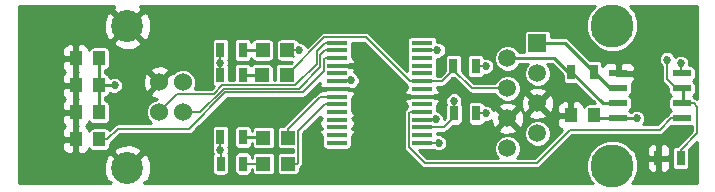
<source format=gtl>
G04 #@! TF.FileFunction,Copper,L1,Top,Signal*
%FSLAX46Y46*%
G04 Gerber Fmt 4.6, Leading zero omitted, Abs format (unit mm)*
G04 Created by KiCad (PCBNEW 4.0.4-stable) date Wednesday, October 12, 2016 'AMt' 01:08:12 AM*
%MOMM*%
%LPD*%
G01*
G04 APERTURE LIST*
%ADD10C,0.100000*%
%ADD11R,1.198880X1.198880*%
%ADD12R,0.700000X1.300000*%
%ADD13R,1.000000X1.250000*%
%ADD14R,1.750000X0.450000*%
%ADD15R,1.550000X0.600000*%
%ADD16C,3.649980*%
%ADD17R,1.501140X1.501140*%
%ADD18C,1.501140*%
%ADD19C,1.524000*%
%ADD20C,2.700020*%
%ADD21C,0.685800*%
%ADD22C,0.152400*%
%ADD23C,0.203200*%
%ADD24C,0.250000*%
%ADD25C,0.254000*%
G04 APERTURE END LIST*
D10*
D11*
X158657980Y-108694000D03*
X160756020Y-108694000D03*
X158657980Y-110894000D03*
X160756020Y-110894000D03*
D12*
X155032000Y-110894000D03*
X156932000Y-110894000D03*
X155017500Y-108630500D03*
X156917500Y-108630500D03*
D13*
X144764000Y-101981000D03*
X142764000Y-101981000D03*
X144764000Y-104267000D03*
X142764000Y-104267000D03*
X144764000Y-106553000D03*
X142764000Y-106553000D03*
X144764000Y-108839000D03*
X142764000Y-108839000D03*
X186674000Y-106807000D03*
X184674000Y-106807000D03*
D11*
X158589980Y-101282500D03*
X160688020Y-101282500D03*
X158526480Y-103378000D03*
X160624520Y-103378000D03*
D12*
X155006000Y-103378000D03*
X156906000Y-103378000D03*
X193990000Y-110426500D03*
X192090000Y-110426500D03*
X176632000Y-102644000D03*
X174732000Y-102644000D03*
X184724000Y-103124000D03*
X186624000Y-103124000D03*
X176682000Y-106644000D03*
X174782000Y-106644000D03*
D14*
X172082000Y-109119000D03*
X172082000Y-108469000D03*
X172082000Y-107819000D03*
X172082000Y-107169000D03*
X172082000Y-106519000D03*
X172082000Y-105869000D03*
X172082000Y-105219000D03*
X172082000Y-104569000D03*
X172082000Y-103919000D03*
X172082000Y-103269000D03*
X172082000Y-102619000D03*
X172082000Y-101969000D03*
X172082000Y-101319000D03*
X172082000Y-100669000D03*
X164882000Y-100669000D03*
X164882000Y-101319000D03*
X164882000Y-101969000D03*
X164882000Y-102619000D03*
X164882000Y-103269000D03*
X164882000Y-103919000D03*
X164882000Y-104569000D03*
X164882000Y-105219000D03*
X164882000Y-105869000D03*
X164882000Y-106519000D03*
X164882000Y-107169000D03*
X164882000Y-107819000D03*
X164882000Y-108469000D03*
X164882000Y-109119000D03*
D15*
X194089000Y-107061000D03*
X194089000Y-105791000D03*
X194089000Y-104521000D03*
X194089000Y-103251000D03*
X188689000Y-103251000D03*
X188689000Y-104521000D03*
X188689000Y-105791000D03*
X188689000Y-107061000D03*
D12*
X155006000Y-101282500D03*
X156906000Y-101282500D03*
D16*
X188207000Y-111088420D03*
X188207000Y-99219000D03*
D17*
X181857000Y-100704900D03*
D18*
X179317000Y-101974900D03*
X181857000Y-103244900D03*
X179317000Y-104514900D03*
X181857000Y-105784900D03*
X179317000Y-107054900D03*
X181857000Y-108324900D03*
X179317000Y-109594900D03*
D19*
X151831000Y-106538480D03*
X151831000Y-103998480D03*
X149832020Y-103998480D03*
X149832020Y-106538480D03*
D20*
X147132000Y-111267960D03*
X147132000Y-99269000D03*
D21*
X155007000Y-102344000D03*
X155007000Y-109744000D03*
X166091688Y-103859114D03*
X173237602Y-107152149D03*
X177482000Y-102644000D03*
X177482000Y-106644000D03*
X190246000Y-107061000D03*
X146050000Y-104267000D03*
X161632000Y-101294000D03*
X174782000Y-105594000D03*
X173382000Y-101294000D03*
X192832000Y-102094000D03*
X193982000Y-102394000D03*
X173482000Y-109144000D03*
D22*
X155006000Y-101282500D02*
X155006000Y-102343000D01*
X155006000Y-102343000D02*
X155007000Y-102344000D01*
X155006000Y-103378000D02*
X155006000Y-102345000D01*
X155006000Y-102345000D02*
X155007000Y-102344000D01*
X155032000Y-110894000D02*
X155032000Y-109769000D01*
X155032000Y-109769000D02*
X155007000Y-109744000D01*
X155017500Y-108630500D02*
X155017500Y-109733500D01*
X155017500Y-109733500D02*
X155007000Y-109744000D01*
X164882000Y-103919000D02*
X166031802Y-103919000D01*
X166031802Y-103919000D02*
X166091688Y-103859114D01*
D23*
X172082000Y-107169000D02*
X173220751Y-107169000D01*
X173220751Y-107169000D02*
X173237602Y-107152149D01*
D22*
X176632000Y-102644000D02*
X177482000Y-102644000D01*
X176682000Y-106644000D02*
X177482000Y-106644000D01*
D24*
X188816000Y-107061000D02*
X190246000Y-107061000D01*
X144764000Y-104267000D02*
X146050000Y-104267000D01*
X188816000Y-107061000D02*
X187055000Y-107061000D01*
X144764000Y-106553000D02*
X144764000Y-104267000D01*
X144764000Y-101981000D02*
X144764000Y-104267000D01*
D22*
X146311400Y-107944000D02*
X152357000Y-107944000D01*
X152357000Y-107944000D02*
X155434777Y-104866223D01*
X144764000Y-108839000D02*
X145416400Y-108839000D01*
X145416400Y-108839000D02*
X146311400Y-107944000D01*
X155434777Y-104866223D02*
X161984777Y-104866223D01*
X161984777Y-104866223D02*
X163778399Y-103072601D01*
X163778399Y-102045201D02*
X163854600Y-101969000D01*
X163854600Y-101969000D02*
X164882000Y-101969000D01*
X163778399Y-103072601D02*
X163778399Y-102045201D01*
X158657980Y-110894000D02*
X156932000Y-110894000D01*
X164882000Y-105869000D02*
X163854600Y-105869000D01*
X163854600Y-105869000D02*
X161584061Y-108139539D01*
X161584061Y-108139539D02*
X161584061Y-110817799D01*
X161584061Y-110817799D02*
X161507860Y-110894000D01*
X161507860Y-110894000D02*
X160756020Y-110894000D01*
D24*
X158537980Y-108630500D02*
X158601480Y-108567000D01*
X156917500Y-108630500D02*
X158537980Y-108630500D01*
D22*
X160756020Y-108694000D02*
X160756020Y-107942160D01*
X160756020Y-107942160D02*
X163479180Y-105219000D01*
X163479180Y-105219000D02*
X163854600Y-105219000D01*
X163854600Y-105219000D02*
X164882000Y-105219000D01*
D24*
X156906000Y-101282500D02*
X158589980Y-101282500D01*
D22*
X160688020Y-101282500D02*
X161620500Y-101282500D01*
X161620500Y-101282500D02*
X161632000Y-101294000D01*
X174782000Y-105594000D02*
X174782000Y-106644000D01*
X174782000Y-106644000D02*
X174782000Y-106344000D01*
X172082000Y-107819000D02*
X173907000Y-107819000D01*
X173907000Y-107819000D02*
X174782000Y-106944000D01*
X174782000Y-106944000D02*
X174782000Y-106644000D01*
D23*
X161259520Y-101854000D02*
X160688020Y-101282500D01*
D24*
X160688020Y-101282500D02*
X161163000Y-101282500D01*
D23*
X160307020Y-101282500D02*
X160307020Y-100804980D01*
D24*
X156906000Y-103378000D02*
X158526480Y-103378000D01*
D22*
X178262534Y-104521000D02*
X179324000Y-104521000D01*
D24*
X179324000Y-105029000D02*
X179324000Y-104521000D01*
D22*
X172082000Y-103919000D02*
X171054600Y-103919000D01*
X167350999Y-100215399D02*
X163787121Y-100215399D01*
X171054600Y-103919000D02*
X167350999Y-100215399D01*
X160624520Y-103378000D02*
X163787121Y-100215399D01*
X174732000Y-102644000D02*
X174732000Y-102944000D01*
X174732000Y-102944000D02*
X176309000Y-104521000D01*
X176309000Y-104521000D02*
X178262534Y-104521000D01*
X172082000Y-103919000D02*
X173757000Y-103919000D01*
X173757000Y-103919000D02*
X174732000Y-102944000D01*
D23*
X160243520Y-103378000D02*
X160718500Y-103378000D01*
D22*
X163854600Y-101319000D02*
X164882000Y-101319000D01*
X163473588Y-102727412D02*
X163473588Y-101700012D01*
X163473588Y-101700012D02*
X163854600Y-101319000D01*
X161639588Y-104561412D02*
X163473588Y-102727412D01*
X155308521Y-104561412D02*
X161639588Y-104561412D01*
X153316933Y-106553000D02*
X155308521Y-104561412D01*
X151828500Y-106553000D02*
X153316933Y-106553000D01*
X173382000Y-101294000D02*
X172107000Y-101294000D01*
X172107000Y-101294000D02*
X172082000Y-101319000D01*
X193614000Y-104521000D02*
X192832000Y-103739000D01*
X192832000Y-103739000D02*
X192832000Y-102094000D01*
X194089000Y-104521000D02*
X193614000Y-104521000D01*
X172107000Y-101344000D02*
X172082000Y-101319000D01*
D23*
X193990000Y-110426500D02*
X193990000Y-109730500D01*
X195072000Y-105791000D02*
X194216000Y-105791000D01*
X195389500Y-106108500D02*
X195072000Y-105791000D01*
X195389500Y-108331000D02*
X195389500Y-106108500D01*
X193990000Y-109730500D02*
X195389500Y-108331000D01*
D24*
X194216000Y-105791000D02*
X194216000Y-104521000D01*
D23*
X193982000Y-102394000D02*
X193982000Y-103144000D01*
X193982000Y-103144000D02*
X194089000Y-103251000D01*
X172082000Y-109119000D02*
X173457000Y-109119000D01*
X173457000Y-109119000D02*
X173482000Y-109144000D01*
D22*
X184607000Y-108019000D02*
X192203600Y-108019000D01*
X192203600Y-108019000D02*
X193161600Y-107061000D01*
X193161600Y-107061000D02*
X194089000Y-107061000D01*
X181782000Y-110844000D02*
X184607000Y-108019000D01*
X172295518Y-110844000D02*
X181782000Y-110844000D01*
X172082000Y-106519000D02*
X171054600Y-106519000D01*
X171054600Y-106519000D02*
X170978399Y-106595201D01*
X170978399Y-106595201D02*
X170978399Y-109526881D01*
X170978399Y-109526881D02*
X172295518Y-110844000D01*
X161369399Y-104256601D02*
X163168777Y-102457223D01*
X149829520Y-106553000D02*
X151378919Y-105003601D01*
X151378919Y-105003601D02*
X154435265Y-105003601D01*
X154435265Y-105003601D02*
X155182265Y-104256601D01*
X155182265Y-104256601D02*
X161369399Y-104256601D01*
X163168777Y-102457223D02*
X163168777Y-101354823D01*
X163168777Y-101354823D02*
X163854600Y-100669000D01*
X163854600Y-100669000D02*
X164882000Y-100669000D01*
D24*
X181864000Y-100711000D02*
X184211000Y-100711000D01*
X188816000Y-104521000D02*
X188021000Y-104521000D01*
X188021000Y-104521000D02*
X186624000Y-103124000D01*
X184211000Y-100711000D02*
X186624000Y-103124000D01*
X183261000Y-101981000D02*
X179324000Y-101981000D01*
X184724000Y-103124000D02*
X184404000Y-103124000D01*
X184404000Y-103124000D02*
X183261000Y-101981000D01*
X188816000Y-105791000D02*
X187391000Y-105791000D01*
X187391000Y-105791000D02*
X184724000Y-103124000D01*
X188816000Y-105791000D02*
X188153000Y-105791000D01*
D25*
G36*
X145906004Y-97863399D02*
X147132000Y-99089395D01*
X148357996Y-97863399D01*
X148226695Y-97582000D01*
X186730054Y-97582000D01*
X186341332Y-97970044D01*
X186005393Y-98779075D01*
X186004628Y-99655081D01*
X186339155Y-100464698D01*
X186958044Y-101084668D01*
X187767075Y-101420607D01*
X188643081Y-101421372D01*
X189452698Y-101086845D01*
X190072668Y-100467956D01*
X190408607Y-99658925D01*
X190409372Y-98782919D01*
X190074845Y-97973302D01*
X189684225Y-97582000D01*
X195326000Y-97582000D01*
X195326000Y-105396170D01*
X195255153Y-105348831D01*
X195215429Y-105340929D01*
X195139530Y-105222980D01*
X195040580Y-105155370D01*
X195132020Y-105096530D01*
X195218101Y-104970547D01*
X195248385Y-104821000D01*
X195248385Y-104221000D01*
X195222097Y-104081292D01*
X195139530Y-103952980D01*
X195040580Y-103885370D01*
X195132020Y-103826530D01*
X195218101Y-103700547D01*
X195248385Y-103551000D01*
X195248385Y-102951000D01*
X195222097Y-102811292D01*
X195139530Y-102682980D01*
X195013547Y-102596899D01*
X194864000Y-102566615D01*
X194689820Y-102566615D01*
X194701775Y-102537825D01*
X194702025Y-102251431D01*
X194592658Y-101986742D01*
X194390323Y-101784054D01*
X194125825Y-101674225D01*
X193839431Y-101673975D01*
X193574742Y-101783342D01*
X193509488Y-101848483D01*
X193442658Y-101686742D01*
X193240323Y-101484054D01*
X192975825Y-101374225D01*
X192689431Y-101373975D01*
X192424742Y-101483342D01*
X192222054Y-101685677D01*
X192112225Y-101950175D01*
X192111975Y-102236569D01*
X192221342Y-102501258D01*
X192378800Y-102658991D01*
X192378800Y-103739000D01*
X192413298Y-103912432D01*
X192511539Y-104059461D01*
X192929615Y-104477537D01*
X192929615Y-104821000D01*
X192955903Y-104960708D01*
X193038470Y-105089020D01*
X193137420Y-105156630D01*
X193045980Y-105215470D01*
X192959899Y-105341453D01*
X192929615Y-105491000D01*
X192929615Y-106091000D01*
X192955903Y-106230708D01*
X193038470Y-106359020D01*
X193137420Y-106426630D01*
X193045980Y-106485470D01*
X192959899Y-106611453D01*
X192948252Y-106668969D01*
X192841139Y-106740539D01*
X192015878Y-107565800D01*
X190759301Y-107565800D01*
X190855946Y-107469323D01*
X190965775Y-107204825D01*
X190966025Y-106918431D01*
X190856658Y-106653742D01*
X190654323Y-106451054D01*
X190389825Y-106341225D01*
X190103431Y-106340975D01*
X189838742Y-106450342D01*
X189761628Y-106527321D01*
X189739530Y-106492980D01*
X189640580Y-106425370D01*
X189732020Y-106366530D01*
X189818101Y-106240547D01*
X189848385Y-106091000D01*
X189848385Y-105491000D01*
X189822097Y-105351292D01*
X189739530Y-105222980D01*
X189640580Y-105155370D01*
X189732020Y-105096530D01*
X189818101Y-104970547D01*
X189848385Y-104821000D01*
X189848385Y-104221000D01*
X189823615Y-104089361D01*
X189823698Y-104089327D01*
X190002327Y-103910699D01*
X190099000Y-103677310D01*
X190099000Y-103536750D01*
X189940250Y-103378000D01*
X188816000Y-103378000D01*
X188816000Y-103398000D01*
X188562000Y-103398000D01*
X188562000Y-103378000D01*
X188542000Y-103378000D01*
X188542000Y-103124000D01*
X188562000Y-103124000D01*
X188562000Y-102474750D01*
X188816000Y-102474750D01*
X188816000Y-103124000D01*
X189940250Y-103124000D01*
X190099000Y-102965250D01*
X190099000Y-102824690D01*
X190002327Y-102591301D01*
X189823698Y-102412673D01*
X189590309Y-102316000D01*
X188974750Y-102316000D01*
X188816000Y-102474750D01*
X188562000Y-102474750D01*
X188403250Y-102316000D01*
X187787691Y-102316000D01*
X187554302Y-102412673D01*
X187375673Y-102591301D01*
X187358385Y-102633038D01*
X187358385Y-102474000D01*
X187332097Y-102334292D01*
X187249530Y-102205980D01*
X187123547Y-102119899D01*
X186974000Y-102089615D01*
X186299550Y-102089615D01*
X184565968Y-100356032D01*
X184403107Y-100247212D01*
X184211000Y-100208999D01*
X184210995Y-100209000D01*
X182991955Y-100209000D01*
X182991955Y-99954330D01*
X182965667Y-99814622D01*
X182883100Y-99686310D01*
X182757117Y-99600229D01*
X182607570Y-99569945D01*
X181106430Y-99569945D01*
X180966722Y-99596233D01*
X180838410Y-99678800D01*
X180752329Y-99804783D01*
X180722045Y-99954330D01*
X180722045Y-101455470D01*
X180726472Y-101479000D01*
X180332130Y-101479000D01*
X180273464Y-101337018D01*
X179956551Y-101019550D01*
X179542271Y-100847527D01*
X179093697Y-100847135D01*
X178679118Y-101018436D01*
X178361650Y-101335349D01*
X178189627Y-101749629D01*
X178189235Y-102198203D01*
X178360536Y-102612782D01*
X178677449Y-102930250D01*
X179091729Y-103102273D01*
X179540303Y-103102665D01*
X179954882Y-102931364D01*
X180272350Y-102614451D01*
X180326933Y-102483000D01*
X181024213Y-102483000D01*
X180901650Y-102605349D01*
X180729627Y-103019629D01*
X180729235Y-103468203D01*
X180900536Y-103882782D01*
X181217449Y-104200250D01*
X181631729Y-104372273D01*
X182080303Y-104372665D01*
X182494882Y-104201364D01*
X182812350Y-103884451D01*
X182984373Y-103470171D01*
X182984765Y-103021597D01*
X182813464Y-102607018D01*
X182689663Y-102483000D01*
X183053064Y-102483000D01*
X183989615Y-103419551D01*
X183989615Y-103774000D01*
X184015903Y-103913708D01*
X184098470Y-104042020D01*
X184224453Y-104128101D01*
X184374000Y-104158385D01*
X185048449Y-104158385D01*
X186687680Y-105797615D01*
X186174000Y-105797615D01*
X186034292Y-105823903D01*
X185905980Y-105906470D01*
X185819899Y-106032453D01*
X185809000Y-106086274D01*
X185809000Y-106055690D01*
X185712327Y-105822301D01*
X185533698Y-105643673D01*
X185300309Y-105547000D01*
X184959750Y-105547000D01*
X184801000Y-105705750D01*
X184801000Y-106680000D01*
X184821000Y-106680000D01*
X184821000Y-106934000D01*
X184801000Y-106934000D01*
X184801000Y-106954000D01*
X184547000Y-106954000D01*
X184547000Y-106934000D01*
X183697750Y-106934000D01*
X183539000Y-107092750D01*
X183539000Y-107558310D01*
X183635673Y-107791699D01*
X183814302Y-107970327D01*
X183956041Y-108029037D01*
X181594278Y-110390800D01*
X180115727Y-110390800D01*
X180272350Y-110234451D01*
X180444373Y-109820171D01*
X180444765Y-109371597D01*
X180273464Y-108957018D01*
X179956551Y-108639550D01*
X179736562Y-108548203D01*
X180729235Y-108548203D01*
X180900536Y-108962782D01*
X181217449Y-109280250D01*
X181631729Y-109452273D01*
X182080303Y-109452665D01*
X182494882Y-109281364D01*
X182812350Y-108964451D01*
X182984373Y-108550171D01*
X182984765Y-108101597D01*
X182813464Y-107687018D01*
X182496551Y-107369550D01*
X182082271Y-107197527D01*
X181633697Y-107197135D01*
X181219118Y-107368436D01*
X180901650Y-107685349D01*
X180729627Y-108099629D01*
X180729235Y-108548203D01*
X179736562Y-108548203D01*
X179542271Y-108467527D01*
X179093697Y-108467135D01*
X178679118Y-108638436D01*
X178361650Y-108955349D01*
X178189627Y-109369629D01*
X178189235Y-109818203D01*
X178360536Y-110232782D01*
X178518278Y-110390800D01*
X172483239Y-110390800D01*
X171820825Y-109728385D01*
X172957000Y-109728385D01*
X173033745Y-109713944D01*
X173073677Y-109753946D01*
X173338175Y-109863775D01*
X173624569Y-109864025D01*
X173889258Y-109754658D01*
X174091946Y-109552323D01*
X174201775Y-109287825D01*
X174202025Y-109001431D01*
X174092658Y-108736742D01*
X173890323Y-108534054D01*
X173625825Y-108424225D01*
X173341385Y-108423977D01*
X173341385Y-108272200D01*
X173907000Y-108272200D01*
X174080432Y-108237702D01*
X174227461Y-108139461D01*
X174340092Y-108026830D01*
X178524675Y-108026830D01*
X178592735Y-108267831D01*
X179112034Y-108452667D01*
X179662538Y-108424705D01*
X180041265Y-108267831D01*
X180109325Y-108026830D01*
X179317000Y-107234505D01*
X178524675Y-108026830D01*
X174340092Y-108026830D01*
X174688537Y-107678385D01*
X175132000Y-107678385D01*
X175271708Y-107652097D01*
X175400020Y-107569530D01*
X175486101Y-107443547D01*
X175516385Y-107294000D01*
X175516385Y-105994000D01*
X175947615Y-105994000D01*
X175947615Y-107294000D01*
X175973903Y-107433708D01*
X176056470Y-107562020D01*
X176182453Y-107648101D01*
X176332000Y-107678385D01*
X177032000Y-107678385D01*
X177171708Y-107652097D01*
X177300020Y-107569530D01*
X177386101Y-107443547D01*
X177402244Y-107363831D01*
X177624569Y-107364025D01*
X177889258Y-107254658D01*
X177937352Y-107206648D01*
X177947195Y-107400438D01*
X178104069Y-107779165D01*
X178345070Y-107847225D01*
X179137395Y-107054900D01*
X179496605Y-107054900D01*
X180288930Y-107847225D01*
X180529931Y-107779165D01*
X180714767Y-107259866D01*
X180689217Y-106756830D01*
X181064675Y-106756830D01*
X181132735Y-106997831D01*
X181652034Y-107182667D01*
X182202538Y-107154705D01*
X182581265Y-106997831D01*
X182649325Y-106756830D01*
X181857000Y-105964505D01*
X181064675Y-106756830D01*
X180689217Y-106756830D01*
X180686805Y-106709362D01*
X180529931Y-106330635D01*
X180288930Y-106262575D01*
X179496605Y-107054900D01*
X179137395Y-107054900D01*
X178345070Y-106262575D01*
X178128592Y-106323710D01*
X178092658Y-106236742D01*
X177939154Y-106082970D01*
X178524675Y-106082970D01*
X179317000Y-106875295D01*
X180109325Y-106082970D01*
X180041265Y-105841969D01*
X179521966Y-105657133D01*
X178971462Y-105685095D01*
X178592735Y-105841969D01*
X178524675Y-106082970D01*
X177939154Y-106082970D01*
X177890323Y-106034054D01*
X177625825Y-105924225D01*
X177403219Y-105924031D01*
X177390097Y-105854292D01*
X177307530Y-105725980D01*
X177181547Y-105639899D01*
X177032000Y-105609615D01*
X176332000Y-105609615D01*
X176192292Y-105635903D01*
X176063980Y-105718470D01*
X175977899Y-105844453D01*
X175947615Y-105994000D01*
X175516385Y-105994000D01*
X175490097Y-105854292D01*
X175467801Y-105819643D01*
X175501775Y-105737825D01*
X175502025Y-105451431D01*
X175392658Y-105186742D01*
X175190323Y-104984054D01*
X174925825Y-104874225D01*
X174639431Y-104873975D01*
X174374742Y-104983342D01*
X174172054Y-105185677D01*
X174062225Y-105450175D01*
X174061975Y-105736569D01*
X174095754Y-105818321D01*
X174077899Y-105844453D01*
X174047615Y-105994000D01*
X174047615Y-107037463D01*
X173957524Y-107127554D01*
X173957627Y-107009580D01*
X173848260Y-106744891D01*
X173645925Y-106542203D01*
X173381427Y-106432374D01*
X173341385Y-106432339D01*
X173341385Y-106294000D01*
X173321878Y-106190329D01*
X173341385Y-106094000D01*
X173341385Y-105957640D01*
X173495327Y-105803699D01*
X173592000Y-105570310D01*
X173592000Y-105490250D01*
X173433250Y-105331500D01*
X173167432Y-105331500D01*
X173106547Y-105289899D01*
X172957000Y-105259615D01*
X171207000Y-105259615D01*
X171067292Y-105285903D01*
X170996433Y-105331500D01*
X170730750Y-105331500D01*
X170572000Y-105490250D01*
X170572000Y-105570310D01*
X170668673Y-105803699D01*
X170822615Y-105957640D01*
X170822615Y-106094000D01*
X170830207Y-106134349D01*
X170734139Y-106198539D01*
X170734137Y-106198542D01*
X170657938Y-106274740D01*
X170559697Y-106421769D01*
X170525199Y-106595201D01*
X170525199Y-109526881D01*
X170559697Y-109700313D01*
X170657938Y-109847342D01*
X171975055Y-111164458D01*
X171975057Y-111164461D01*
X172067228Y-111226047D01*
X172122086Y-111262702D01*
X172295518Y-111297201D01*
X172295523Y-111297200D01*
X181782000Y-111297200D01*
X181955432Y-111262702D01*
X182102461Y-111164461D01*
X184794722Y-108472200D01*
X192203600Y-108472200D01*
X192377032Y-108437702D01*
X192524061Y-108339461D01*
X193154929Y-107708593D01*
X193164453Y-107715101D01*
X193314000Y-107745385D01*
X194864000Y-107745385D01*
X194910900Y-107736560D01*
X194910900Y-108132758D01*
X193651579Y-109392079D01*
X193651555Y-109392115D01*
X193640000Y-109392115D01*
X193500292Y-109418403D01*
X193371980Y-109500970D01*
X193285899Y-109626953D01*
X193255615Y-109776500D01*
X193255615Y-111076500D01*
X193281903Y-111216208D01*
X193364470Y-111344520D01*
X193490453Y-111430601D01*
X193640000Y-111460885D01*
X194340000Y-111460885D01*
X194479708Y-111434597D01*
X194608020Y-111352030D01*
X194694101Y-111226047D01*
X194724385Y-111076500D01*
X194724385Y-109776500D01*
X194707987Y-109689355D01*
X195326000Y-109071342D01*
X195326000Y-112522000D01*
X189887721Y-112522000D01*
X190072668Y-112337376D01*
X190408607Y-111528345D01*
X190409319Y-110712250D01*
X191105000Y-110712250D01*
X191105000Y-111202810D01*
X191201673Y-111436199D01*
X191380302Y-111614827D01*
X191613691Y-111711500D01*
X191804250Y-111711500D01*
X191963000Y-111552750D01*
X191963000Y-110553500D01*
X192217000Y-110553500D01*
X192217000Y-111552750D01*
X192375750Y-111711500D01*
X192566309Y-111711500D01*
X192799698Y-111614827D01*
X192978327Y-111436199D01*
X193075000Y-111202810D01*
X193075000Y-110712250D01*
X192916250Y-110553500D01*
X192217000Y-110553500D01*
X191963000Y-110553500D01*
X191263750Y-110553500D01*
X191105000Y-110712250D01*
X190409319Y-110712250D01*
X190409372Y-110652339D01*
X190074845Y-109842722D01*
X189882649Y-109650190D01*
X191105000Y-109650190D01*
X191105000Y-110140750D01*
X191263750Y-110299500D01*
X191963000Y-110299500D01*
X191963000Y-109300250D01*
X192217000Y-109300250D01*
X192217000Y-110299500D01*
X192916250Y-110299500D01*
X193075000Y-110140750D01*
X193075000Y-109650190D01*
X192978327Y-109416801D01*
X192799698Y-109238173D01*
X192566309Y-109141500D01*
X192375750Y-109141500D01*
X192217000Y-109300250D01*
X191963000Y-109300250D01*
X191804250Y-109141500D01*
X191613691Y-109141500D01*
X191380302Y-109238173D01*
X191201673Y-109416801D01*
X191105000Y-109650190D01*
X189882649Y-109650190D01*
X189455956Y-109222752D01*
X188646925Y-108886813D01*
X187770919Y-108886048D01*
X186961302Y-109220575D01*
X186341332Y-109839464D01*
X186005393Y-110648495D01*
X186004628Y-111524501D01*
X186339155Y-112334118D01*
X186526709Y-112522000D01*
X148565648Y-112522000D01*
X148537603Y-112493955D01*
X148840790Y-112352488D01*
X149125747Y-111616008D01*
X149107174Y-110826540D01*
X148840790Y-110183432D01*
X148537601Y-110041964D01*
X147311605Y-111267960D01*
X147325748Y-111282103D01*
X147146143Y-111461708D01*
X147132000Y-111447565D01*
X147117858Y-111461708D01*
X146938253Y-111282103D01*
X146952395Y-111267960D01*
X145726399Y-110041964D01*
X145423210Y-110183432D01*
X145138253Y-110919912D01*
X145156826Y-111709380D01*
X145423210Y-112352488D01*
X145726397Y-112493955D01*
X145698352Y-112522000D01*
X137922000Y-112522000D01*
X137922000Y-109124750D01*
X141629000Y-109124750D01*
X141629000Y-109590310D01*
X141725673Y-109823699D01*
X141904302Y-110002327D01*
X142137691Y-110099000D01*
X142478250Y-110099000D01*
X142637000Y-109940250D01*
X142637000Y-108966000D01*
X141787750Y-108966000D01*
X141629000Y-109124750D01*
X137922000Y-109124750D01*
X137922000Y-106838750D01*
X141629000Y-106838750D01*
X141629000Y-107304310D01*
X141725673Y-107537699D01*
X141883975Y-107696000D01*
X141725673Y-107854301D01*
X141629000Y-108087690D01*
X141629000Y-108553250D01*
X141787750Y-108712000D01*
X142637000Y-108712000D01*
X142637000Y-107737750D01*
X142595250Y-107696000D01*
X142637000Y-107654250D01*
X142637000Y-106680000D01*
X141787750Y-106680000D01*
X141629000Y-106838750D01*
X137922000Y-106838750D01*
X137922000Y-104552750D01*
X141629000Y-104552750D01*
X141629000Y-105018310D01*
X141725673Y-105251699D01*
X141883975Y-105410000D01*
X141725673Y-105568301D01*
X141629000Y-105801690D01*
X141629000Y-106267250D01*
X141787750Y-106426000D01*
X142637000Y-106426000D01*
X142637000Y-105451750D01*
X142595250Y-105410000D01*
X142637000Y-105368250D01*
X142637000Y-104394000D01*
X141787750Y-104394000D01*
X141629000Y-104552750D01*
X137922000Y-104552750D01*
X137922000Y-102266750D01*
X141629000Y-102266750D01*
X141629000Y-102732310D01*
X141725673Y-102965699D01*
X141883975Y-103124000D01*
X141725673Y-103282301D01*
X141629000Y-103515690D01*
X141629000Y-103981250D01*
X141787750Y-104140000D01*
X142637000Y-104140000D01*
X142637000Y-103165750D01*
X142595250Y-103124000D01*
X142637000Y-103082250D01*
X142637000Y-102108000D01*
X141787750Y-102108000D01*
X141629000Y-102266750D01*
X137922000Y-102266750D01*
X137922000Y-101229690D01*
X141629000Y-101229690D01*
X141629000Y-101695250D01*
X141787750Y-101854000D01*
X142637000Y-101854000D01*
X142637000Y-100879750D01*
X142891000Y-100879750D01*
X142891000Y-101854000D01*
X142911000Y-101854000D01*
X142911000Y-102108000D01*
X142891000Y-102108000D01*
X142891000Y-103082250D01*
X142932750Y-103124000D01*
X142891000Y-103165750D01*
X142891000Y-104140000D01*
X142911000Y-104140000D01*
X142911000Y-104394000D01*
X142891000Y-104394000D01*
X142891000Y-105368250D01*
X142932750Y-105410000D01*
X142891000Y-105451750D01*
X142891000Y-106426000D01*
X142911000Y-106426000D01*
X142911000Y-106680000D01*
X142891000Y-106680000D01*
X142891000Y-107654250D01*
X142932750Y-107696000D01*
X142891000Y-107737750D01*
X142891000Y-108712000D01*
X142911000Y-108712000D01*
X142911000Y-108966000D01*
X142891000Y-108966000D01*
X142891000Y-109940250D01*
X143049750Y-110099000D01*
X143390309Y-110099000D01*
X143623698Y-110002327D01*
X143763666Y-109862359D01*
X145906004Y-109862359D01*
X147132000Y-111088355D01*
X148357996Y-109862359D01*
X148216528Y-109559170D01*
X147480048Y-109274213D01*
X146690580Y-109292786D01*
X146047472Y-109559170D01*
X145906004Y-109862359D01*
X143763666Y-109862359D01*
X143802327Y-109823699D01*
X143899000Y-109590310D01*
X143899000Y-109567022D01*
X143905903Y-109603708D01*
X143988470Y-109732020D01*
X144114453Y-109818101D01*
X144264000Y-109848385D01*
X145264000Y-109848385D01*
X145403708Y-109822097D01*
X145532020Y-109739530D01*
X145618101Y-109613547D01*
X145648385Y-109464000D01*
X145648385Y-109218578D01*
X145736861Y-109159461D01*
X146499122Y-108397200D01*
X152357000Y-108397200D01*
X152530432Y-108362702D01*
X152677461Y-108264461D01*
X152961422Y-107980500D01*
X154283115Y-107980500D01*
X154283115Y-109280500D01*
X154309403Y-109420208D01*
X154341343Y-109469844D01*
X154287225Y-109600175D01*
X154286975Y-109886569D01*
X154355924Y-110053438D01*
X154327899Y-110094453D01*
X154297615Y-110244000D01*
X154297615Y-111544000D01*
X154323903Y-111683708D01*
X154406470Y-111812020D01*
X154532453Y-111898101D01*
X154682000Y-111928385D01*
X155382000Y-111928385D01*
X155521708Y-111902097D01*
X155650020Y-111819530D01*
X155736101Y-111693547D01*
X155766385Y-111544000D01*
X155766385Y-110244000D01*
X156197615Y-110244000D01*
X156197615Y-111544000D01*
X156223903Y-111683708D01*
X156306470Y-111812020D01*
X156432453Y-111898101D01*
X156582000Y-111928385D01*
X157282000Y-111928385D01*
X157421708Y-111902097D01*
X157550020Y-111819530D01*
X157636101Y-111693547D01*
X157666385Y-111544000D01*
X157666385Y-111347200D01*
X157674155Y-111347200D01*
X157674155Y-111493440D01*
X157700443Y-111633148D01*
X157783010Y-111761460D01*
X157908993Y-111847541D01*
X158058540Y-111877825D01*
X159257420Y-111877825D01*
X159397128Y-111851537D01*
X159525440Y-111768970D01*
X159611521Y-111642987D01*
X159641805Y-111493440D01*
X159641805Y-110294560D01*
X159615517Y-110154852D01*
X159532950Y-110026540D01*
X159406967Y-109940459D01*
X159257420Y-109910175D01*
X158058540Y-109910175D01*
X157918832Y-109936463D01*
X157790520Y-110019030D01*
X157704439Y-110145013D01*
X157674155Y-110294560D01*
X157674155Y-110440800D01*
X157666385Y-110440800D01*
X157666385Y-110244000D01*
X157640097Y-110104292D01*
X157557530Y-109975980D01*
X157431547Y-109889899D01*
X157282000Y-109859615D01*
X156582000Y-109859615D01*
X156442292Y-109885903D01*
X156313980Y-109968470D01*
X156227899Y-110094453D01*
X156197615Y-110244000D01*
X155766385Y-110244000D01*
X155740097Y-110104292D01*
X155677368Y-110006810D01*
X155726775Y-109887825D01*
X155727025Y-109601431D01*
X155680852Y-109489684D01*
X155721601Y-109430047D01*
X155751885Y-109280500D01*
X155751885Y-107980500D01*
X156183115Y-107980500D01*
X156183115Y-109280500D01*
X156209403Y-109420208D01*
X156291970Y-109548520D01*
X156417953Y-109634601D01*
X156567500Y-109664885D01*
X157267500Y-109664885D01*
X157407208Y-109638597D01*
X157535520Y-109556030D01*
X157621601Y-109430047D01*
X157651885Y-109280500D01*
X157651885Y-109132500D01*
X157674155Y-109132500D01*
X157674155Y-109293440D01*
X157700443Y-109433148D01*
X157783010Y-109561460D01*
X157908993Y-109647541D01*
X158058540Y-109677825D01*
X159257420Y-109677825D01*
X159397128Y-109651537D01*
X159525440Y-109568970D01*
X159611521Y-109442987D01*
X159641805Y-109293440D01*
X159641805Y-108094560D01*
X159772195Y-108094560D01*
X159772195Y-109293440D01*
X159798483Y-109433148D01*
X159881050Y-109561460D01*
X160007033Y-109647541D01*
X160156580Y-109677825D01*
X161130861Y-109677825D01*
X161130861Y-109910175D01*
X160156580Y-109910175D01*
X160016872Y-109936463D01*
X159888560Y-110019030D01*
X159802479Y-110145013D01*
X159772195Y-110294560D01*
X159772195Y-111493440D01*
X159798483Y-111633148D01*
X159881050Y-111761460D01*
X160007033Y-111847541D01*
X160156580Y-111877825D01*
X161355460Y-111877825D01*
X161495168Y-111851537D01*
X161623480Y-111768970D01*
X161709561Y-111642987D01*
X161739845Y-111493440D01*
X161739845Y-111273578D01*
X161828321Y-111214461D01*
X161904519Y-111138262D01*
X161904522Y-111138260D01*
X162002763Y-110991231D01*
X162037261Y-110817799D01*
X162037261Y-108327261D01*
X163419386Y-106945136D01*
X163530750Y-107056500D01*
X163646475Y-107056500D01*
X163468673Y-107234301D01*
X163391403Y-107420847D01*
X163372000Y-107440250D01*
X163372000Y-107547750D01*
X163391403Y-107567153D01*
X163468673Y-107753699D01*
X163646475Y-107931500D01*
X163530750Y-107931500D01*
X163372000Y-108090250D01*
X163372000Y-108170310D01*
X163468673Y-108403699D01*
X163622615Y-108557640D01*
X163622615Y-108694000D01*
X163642122Y-108797671D01*
X163622615Y-108894000D01*
X163622615Y-109344000D01*
X163648903Y-109483708D01*
X163731470Y-109612020D01*
X163857453Y-109698101D01*
X164007000Y-109728385D01*
X165757000Y-109728385D01*
X165896708Y-109702097D01*
X166025020Y-109619530D01*
X166111101Y-109493547D01*
X166141385Y-109344000D01*
X166141385Y-108894000D01*
X166121878Y-108790329D01*
X166141385Y-108694000D01*
X166141385Y-108557640D01*
X166295327Y-108403699D01*
X166392000Y-108170310D01*
X166392000Y-108090250D01*
X166233250Y-107931500D01*
X166117525Y-107931500D01*
X166295327Y-107753699D01*
X166372597Y-107567153D01*
X166392000Y-107547750D01*
X166392000Y-107440250D01*
X166372597Y-107420847D01*
X166295327Y-107234301D01*
X166117525Y-107056500D01*
X166233250Y-107056500D01*
X166392000Y-106897750D01*
X166392000Y-106817690D01*
X166295327Y-106584301D01*
X166141385Y-106430360D01*
X166141385Y-106294000D01*
X166121878Y-106190329D01*
X166141385Y-106094000D01*
X166141385Y-105644000D01*
X166121878Y-105540329D01*
X166141385Y-105444000D01*
X166141385Y-105307640D01*
X166295327Y-105153699D01*
X166392000Y-104920310D01*
X166392000Y-104840250D01*
X166233250Y-104681500D01*
X165967432Y-104681500D01*
X165906547Y-104639899D01*
X165757000Y-104609615D01*
X164007000Y-104609615D01*
X163867292Y-104635903D01*
X163796433Y-104681500D01*
X163530750Y-104681500D01*
X163438323Y-104773927D01*
X163305748Y-104800298D01*
X163158719Y-104898539D01*
X160435559Y-107621699D01*
X160376442Y-107710175D01*
X160156580Y-107710175D01*
X160016872Y-107736463D01*
X159888560Y-107819030D01*
X159802479Y-107945013D01*
X159772195Y-108094560D01*
X159641805Y-108094560D01*
X159615517Y-107954852D01*
X159532950Y-107826540D01*
X159406967Y-107740459D01*
X159257420Y-107710175D01*
X158058540Y-107710175D01*
X157918832Y-107736463D01*
X157790520Y-107819030D01*
X157704439Y-107945013D01*
X157674155Y-108094560D01*
X157674155Y-108128500D01*
X157651885Y-108128500D01*
X157651885Y-107980500D01*
X157625597Y-107840792D01*
X157543030Y-107712480D01*
X157417047Y-107626399D01*
X157267500Y-107596115D01*
X156567500Y-107596115D01*
X156427792Y-107622403D01*
X156299480Y-107704970D01*
X156213399Y-107830953D01*
X156183115Y-107980500D01*
X155751885Y-107980500D01*
X155725597Y-107840792D01*
X155643030Y-107712480D01*
X155517047Y-107626399D01*
X155367500Y-107596115D01*
X154667500Y-107596115D01*
X154527792Y-107622403D01*
X154399480Y-107704970D01*
X154313399Y-107830953D01*
X154283115Y-107980500D01*
X152961422Y-107980500D01*
X155622499Y-105319423D01*
X161984777Y-105319423D01*
X162158209Y-105284925D01*
X162305238Y-105186684D01*
X163441133Y-104050788D01*
X163372000Y-104217690D01*
X163372000Y-104297750D01*
X163530750Y-104456500D01*
X163796568Y-104456500D01*
X163857453Y-104498101D01*
X164007000Y-104528385D01*
X165757000Y-104528385D01*
X165804645Y-104519420D01*
X165947863Y-104578889D01*
X166234257Y-104579139D01*
X166498946Y-104469772D01*
X166701634Y-104267437D01*
X166811463Y-104002939D01*
X166811713Y-103716545D01*
X166702346Y-103451856D01*
X166500011Y-103249168D01*
X166309295Y-103169976D01*
X166392000Y-102970310D01*
X166392000Y-102890250D01*
X166233250Y-102731500D01*
X165967432Y-102731500D01*
X165906547Y-102689899D01*
X165757000Y-102659615D01*
X164735000Y-102659615D01*
X164735000Y-102578385D01*
X165757000Y-102578385D01*
X165896708Y-102552097D01*
X165967567Y-102506500D01*
X166233250Y-102506500D01*
X166392000Y-102347750D01*
X166392000Y-102267690D01*
X166295327Y-102034301D01*
X166141385Y-101880360D01*
X166141385Y-101744000D01*
X166121878Y-101640329D01*
X166141385Y-101544000D01*
X166141385Y-101094000D01*
X166121878Y-100990329D01*
X166141385Y-100894000D01*
X166141385Y-100668599D01*
X167163277Y-100668599D01*
X170734139Y-104239461D01*
X170830717Y-104303992D01*
X170822615Y-104344000D01*
X170822615Y-104480360D01*
X170668673Y-104634301D01*
X170572000Y-104867690D01*
X170572000Y-104947750D01*
X170730750Y-105106500D01*
X170996568Y-105106500D01*
X171057453Y-105148101D01*
X171207000Y-105178385D01*
X172957000Y-105178385D01*
X173096708Y-105152097D01*
X173167567Y-105106500D01*
X173433250Y-105106500D01*
X173592000Y-104947750D01*
X173592000Y-104867690D01*
X173495327Y-104634301D01*
X173341385Y-104480360D01*
X173341385Y-104372200D01*
X173757000Y-104372200D01*
X173930432Y-104337702D01*
X174077461Y-104239461D01*
X174638537Y-103678385D01*
X174825463Y-103678385D01*
X175988539Y-104841461D01*
X176135568Y-104939702D01*
X176309000Y-104974200D01*
X178286747Y-104974200D01*
X178360536Y-105152782D01*
X178677449Y-105470250D01*
X179091729Y-105642273D01*
X179540303Y-105642665D01*
X179692123Y-105579934D01*
X180459233Y-105579934D01*
X180487195Y-106130438D01*
X180644069Y-106509165D01*
X180885070Y-106577225D01*
X181677395Y-105784900D01*
X182036605Y-105784900D01*
X182828930Y-106577225D01*
X183069931Y-106509165D01*
X183231338Y-106055690D01*
X183539000Y-106055690D01*
X183539000Y-106521250D01*
X183697750Y-106680000D01*
X184547000Y-106680000D01*
X184547000Y-105705750D01*
X184388250Y-105547000D01*
X184047691Y-105547000D01*
X183814302Y-105643673D01*
X183635673Y-105822301D01*
X183539000Y-106055690D01*
X183231338Y-106055690D01*
X183254767Y-105989866D01*
X183226805Y-105439362D01*
X183069931Y-105060635D01*
X182828930Y-104992575D01*
X182036605Y-105784900D01*
X181677395Y-105784900D01*
X180885070Y-104992575D01*
X180644069Y-105060635D01*
X180459233Y-105579934D01*
X179692123Y-105579934D01*
X179954882Y-105471364D01*
X180272350Y-105154451D01*
X180414144Y-104812970D01*
X181064675Y-104812970D01*
X181857000Y-105605295D01*
X182649325Y-104812970D01*
X182581265Y-104571969D01*
X182061966Y-104387133D01*
X181511462Y-104415095D01*
X181132735Y-104571969D01*
X181064675Y-104812970D01*
X180414144Y-104812970D01*
X180444373Y-104740171D01*
X180444765Y-104291597D01*
X180273464Y-103877018D01*
X179956551Y-103559550D01*
X179542271Y-103387527D01*
X179093697Y-103387135D01*
X178679118Y-103558436D01*
X178361650Y-103875349D01*
X178281738Y-104067800D01*
X176496722Y-104067800D01*
X175466385Y-103037463D01*
X175466385Y-101994000D01*
X175897615Y-101994000D01*
X175897615Y-103294000D01*
X175923903Y-103433708D01*
X176006470Y-103562020D01*
X176132453Y-103648101D01*
X176282000Y-103678385D01*
X176982000Y-103678385D01*
X177121708Y-103652097D01*
X177250020Y-103569530D01*
X177336101Y-103443547D01*
X177352253Y-103363787D01*
X177624569Y-103364025D01*
X177889258Y-103254658D01*
X178091946Y-103052323D01*
X178201775Y-102787825D01*
X178202025Y-102501431D01*
X178092658Y-102236742D01*
X177890323Y-102034054D01*
X177625825Y-101924225D01*
X177353211Y-101923987D01*
X177340097Y-101854292D01*
X177257530Y-101725980D01*
X177131547Y-101639899D01*
X176982000Y-101609615D01*
X176282000Y-101609615D01*
X176142292Y-101635903D01*
X176013980Y-101718470D01*
X175927899Y-101844453D01*
X175897615Y-101994000D01*
X175466385Y-101994000D01*
X175440097Y-101854292D01*
X175357530Y-101725980D01*
X175231547Y-101639899D01*
X175082000Y-101609615D01*
X174382000Y-101609615D01*
X174242292Y-101635903D01*
X174113980Y-101718470D01*
X174027899Y-101844453D01*
X173997615Y-101994000D01*
X173997615Y-103037463D01*
X173569278Y-103465800D01*
X173341385Y-103465800D01*
X173341385Y-103044000D01*
X173321878Y-102940329D01*
X173341385Y-102844000D01*
X173341385Y-102394000D01*
X173321878Y-102290329D01*
X173341385Y-102194000D01*
X173341385Y-102013865D01*
X173524569Y-102014025D01*
X173789258Y-101904658D01*
X173991946Y-101702323D01*
X174101775Y-101437825D01*
X174102025Y-101151431D01*
X173992658Y-100886742D01*
X173790323Y-100684054D01*
X173525825Y-100574225D01*
X173341385Y-100574064D01*
X173341385Y-100444000D01*
X173315097Y-100304292D01*
X173232530Y-100175980D01*
X173106547Y-100089899D01*
X172957000Y-100059615D01*
X171207000Y-100059615D01*
X171067292Y-100085903D01*
X170938980Y-100168470D01*
X170852899Y-100294453D01*
X170822615Y-100444000D01*
X170822615Y-100894000D01*
X170842122Y-100997671D01*
X170822615Y-101094000D01*
X170822615Y-101544000D01*
X170842122Y-101647671D01*
X170822615Y-101744000D01*
X170822615Y-102194000D01*
X170842122Y-102297671D01*
X170822615Y-102394000D01*
X170822615Y-102844000D01*
X170842122Y-102947671D01*
X170822615Y-103044000D01*
X170822615Y-103046093D01*
X167671460Y-99894938D01*
X167524431Y-99796697D01*
X167350999Y-99762199D01*
X163787121Y-99762199D01*
X163613689Y-99796697D01*
X163466660Y-99894938D01*
X162310548Y-101051050D01*
X162242658Y-100886742D01*
X162040323Y-100684054D01*
X161775825Y-100574225D01*
X161651346Y-100574116D01*
X161645557Y-100543352D01*
X161562990Y-100415040D01*
X161437007Y-100328959D01*
X161287460Y-100298675D01*
X160088580Y-100298675D01*
X159948872Y-100324963D01*
X159820560Y-100407530D01*
X159734479Y-100533513D01*
X159704195Y-100683060D01*
X159704195Y-101881940D01*
X159730483Y-102021648D01*
X159813050Y-102149960D01*
X159939033Y-102236041D01*
X160088580Y-102266325D01*
X161031703Y-102266325D01*
X161069810Y-102291788D01*
X160967423Y-102394175D01*
X160025080Y-102394175D01*
X159885372Y-102420463D01*
X159757060Y-102503030D01*
X159670979Y-102629013D01*
X159640695Y-102778560D01*
X159640695Y-103803401D01*
X159510305Y-103803401D01*
X159510305Y-102778560D01*
X159484017Y-102638852D01*
X159401450Y-102510540D01*
X159275467Y-102424459D01*
X159125920Y-102394175D01*
X157927040Y-102394175D01*
X157787332Y-102420463D01*
X157659020Y-102503030D01*
X157607630Y-102578242D01*
X157531530Y-102459980D01*
X157405547Y-102373899D01*
X157256000Y-102343615D01*
X156556000Y-102343615D01*
X156416292Y-102369903D01*
X156287980Y-102452470D01*
X156201899Y-102578453D01*
X156171615Y-102728000D01*
X156171615Y-103803401D01*
X155740385Y-103803401D01*
X155740385Y-102728000D01*
X155714097Y-102588292D01*
X155696447Y-102560863D01*
X155726775Y-102487825D01*
X155727025Y-102201431D01*
X155689908Y-102111600D01*
X155710101Y-102082047D01*
X155740385Y-101932500D01*
X155740385Y-100632500D01*
X156171615Y-100632500D01*
X156171615Y-101932500D01*
X156197903Y-102072208D01*
X156280470Y-102200520D01*
X156406453Y-102286601D01*
X156556000Y-102316885D01*
X157256000Y-102316885D01*
X157395708Y-102290597D01*
X157524020Y-102208030D01*
X157610101Y-102082047D01*
X157627573Y-101995767D01*
X157632443Y-102021648D01*
X157715010Y-102149960D01*
X157840993Y-102236041D01*
X157990540Y-102266325D01*
X159189420Y-102266325D01*
X159329128Y-102240037D01*
X159457440Y-102157470D01*
X159543521Y-102031487D01*
X159573805Y-101881940D01*
X159573805Y-100683060D01*
X159547517Y-100543352D01*
X159464950Y-100415040D01*
X159338967Y-100328959D01*
X159189420Y-100298675D01*
X157990540Y-100298675D01*
X157850832Y-100324963D01*
X157722520Y-100407530D01*
X157636439Y-100533513D01*
X157628830Y-100571089D01*
X157614097Y-100492792D01*
X157531530Y-100364480D01*
X157405547Y-100278399D01*
X157256000Y-100248115D01*
X156556000Y-100248115D01*
X156416292Y-100274403D01*
X156287980Y-100356970D01*
X156201899Y-100482953D01*
X156171615Y-100632500D01*
X155740385Y-100632500D01*
X155714097Y-100492792D01*
X155631530Y-100364480D01*
X155505547Y-100278399D01*
X155356000Y-100248115D01*
X154656000Y-100248115D01*
X154516292Y-100274403D01*
X154387980Y-100356970D01*
X154301899Y-100482953D01*
X154271615Y-100632500D01*
X154271615Y-101932500D01*
X154297903Y-102072208D01*
X154323709Y-102112312D01*
X154287225Y-102200175D01*
X154286975Y-102486569D01*
X154316258Y-102557439D01*
X154301899Y-102578453D01*
X154271615Y-102728000D01*
X154271615Y-104028000D01*
X154297903Y-104167708D01*
X154380470Y-104296020D01*
X154452624Y-104345321D01*
X154247543Y-104550401D01*
X152835113Y-104550401D01*
X152969802Y-104226035D01*
X152970197Y-103772913D01*
X152797160Y-103354131D01*
X152477034Y-103033446D01*
X152058555Y-102859678D01*
X151605433Y-102859283D01*
X151186651Y-103032320D01*
X150974256Y-103244345D01*
X150812233Y-103197872D01*
X150011625Y-103998480D01*
X150025768Y-104012623D01*
X149846163Y-104192228D01*
X149832020Y-104178085D01*
X149031412Y-104978693D01*
X149100877Y-105220877D01*
X149603900Y-105400338D01*
X149187671Y-105572320D01*
X148866986Y-105892446D01*
X148693218Y-106310925D01*
X148692823Y-106764047D01*
X148865860Y-107182829D01*
X149173294Y-107490800D01*
X146311400Y-107490800D01*
X146137968Y-107525298D01*
X145990939Y-107623539D01*
X145590026Y-108024452D01*
X145539530Y-107945980D01*
X145413547Y-107859899D01*
X145264000Y-107829615D01*
X144264000Y-107829615D01*
X144124292Y-107855903D01*
X143995980Y-107938470D01*
X143909899Y-108064453D01*
X143899000Y-108118274D01*
X143899000Y-108087690D01*
X143802327Y-107854301D01*
X143644025Y-107696000D01*
X143802327Y-107537699D01*
X143899000Y-107304310D01*
X143899000Y-107281022D01*
X143905903Y-107317708D01*
X143988470Y-107446020D01*
X144114453Y-107532101D01*
X144264000Y-107562385D01*
X145264000Y-107562385D01*
X145403708Y-107536097D01*
X145532020Y-107453530D01*
X145618101Y-107327547D01*
X145648385Y-107178000D01*
X145648385Y-105928000D01*
X145622097Y-105788292D01*
X145539530Y-105659980D01*
X145413547Y-105573899D01*
X145266000Y-105544020D01*
X145266000Y-105276009D01*
X145403708Y-105250097D01*
X145532020Y-105167530D01*
X145618101Y-105041547D01*
X145648385Y-104892000D01*
X145648385Y-104879731D01*
X145906175Y-104986775D01*
X146192569Y-104987025D01*
X146457258Y-104877658D01*
X146659946Y-104675323D01*
X146769775Y-104410825D01*
X146770025Y-104124431D01*
X146660658Y-103859742D01*
X146591819Y-103790782D01*
X148422876Y-103790782D01*
X148450658Y-104345848D01*
X148609623Y-104729623D01*
X148851807Y-104799088D01*
X149652415Y-103998480D01*
X148851807Y-103197872D01*
X148609623Y-103267337D01*
X148422876Y-103790782D01*
X146591819Y-103790782D01*
X146458323Y-103657054D01*
X146193825Y-103547225D01*
X145907431Y-103546975D01*
X145648385Y-103654010D01*
X145648385Y-103642000D01*
X145622097Y-103502292D01*
X145539530Y-103373980D01*
X145413547Y-103287899D01*
X145266000Y-103258020D01*
X145266000Y-103018267D01*
X149031412Y-103018267D01*
X149832020Y-103818875D01*
X150632628Y-103018267D01*
X150563163Y-102776083D01*
X150039718Y-102589336D01*
X149484652Y-102617118D01*
X149100877Y-102776083D01*
X149031412Y-103018267D01*
X145266000Y-103018267D01*
X145266000Y-102990009D01*
X145403708Y-102964097D01*
X145532020Y-102881530D01*
X145618101Y-102755547D01*
X145648385Y-102606000D01*
X145648385Y-101356000D01*
X145622097Y-101216292D01*
X145539530Y-101087980D01*
X145413547Y-101001899D01*
X145264000Y-100971615D01*
X144264000Y-100971615D01*
X144124292Y-100997903D01*
X143995980Y-101080470D01*
X143909899Y-101206453D01*
X143899000Y-101260274D01*
X143899000Y-101229690D01*
X143802327Y-100996301D01*
X143623698Y-100817673D01*
X143390309Y-100721000D01*
X143049750Y-100721000D01*
X142891000Y-100879750D01*
X142637000Y-100879750D01*
X142478250Y-100721000D01*
X142137691Y-100721000D01*
X141904302Y-100817673D01*
X141725673Y-100996301D01*
X141629000Y-101229690D01*
X137922000Y-101229690D01*
X137922000Y-100674601D01*
X145906004Y-100674601D01*
X146047472Y-100977790D01*
X146783952Y-101262747D01*
X147573420Y-101244174D01*
X148216528Y-100977790D01*
X148357996Y-100674601D01*
X147132000Y-99448605D01*
X145906004Y-100674601D01*
X137922000Y-100674601D01*
X137922000Y-98920952D01*
X145138253Y-98920952D01*
X145156826Y-99710420D01*
X145423210Y-100353528D01*
X145726399Y-100494996D01*
X146952395Y-99269000D01*
X147311605Y-99269000D01*
X148537601Y-100494996D01*
X148840790Y-100353528D01*
X149125747Y-99617048D01*
X149107174Y-98827580D01*
X148840790Y-98184472D01*
X148537601Y-98043004D01*
X147311605Y-99269000D01*
X146952395Y-99269000D01*
X145726399Y-98043004D01*
X145423210Y-98184472D01*
X145138253Y-98920952D01*
X137922000Y-98920952D01*
X137922000Y-97582000D01*
X146037305Y-97582000D01*
X145906004Y-97863399D01*
X145906004Y-97863399D01*
G37*
X145906004Y-97863399D02*
X147132000Y-99089395D01*
X148357996Y-97863399D01*
X148226695Y-97582000D01*
X186730054Y-97582000D01*
X186341332Y-97970044D01*
X186005393Y-98779075D01*
X186004628Y-99655081D01*
X186339155Y-100464698D01*
X186958044Y-101084668D01*
X187767075Y-101420607D01*
X188643081Y-101421372D01*
X189452698Y-101086845D01*
X190072668Y-100467956D01*
X190408607Y-99658925D01*
X190409372Y-98782919D01*
X190074845Y-97973302D01*
X189684225Y-97582000D01*
X195326000Y-97582000D01*
X195326000Y-105396170D01*
X195255153Y-105348831D01*
X195215429Y-105340929D01*
X195139530Y-105222980D01*
X195040580Y-105155370D01*
X195132020Y-105096530D01*
X195218101Y-104970547D01*
X195248385Y-104821000D01*
X195248385Y-104221000D01*
X195222097Y-104081292D01*
X195139530Y-103952980D01*
X195040580Y-103885370D01*
X195132020Y-103826530D01*
X195218101Y-103700547D01*
X195248385Y-103551000D01*
X195248385Y-102951000D01*
X195222097Y-102811292D01*
X195139530Y-102682980D01*
X195013547Y-102596899D01*
X194864000Y-102566615D01*
X194689820Y-102566615D01*
X194701775Y-102537825D01*
X194702025Y-102251431D01*
X194592658Y-101986742D01*
X194390323Y-101784054D01*
X194125825Y-101674225D01*
X193839431Y-101673975D01*
X193574742Y-101783342D01*
X193509488Y-101848483D01*
X193442658Y-101686742D01*
X193240323Y-101484054D01*
X192975825Y-101374225D01*
X192689431Y-101373975D01*
X192424742Y-101483342D01*
X192222054Y-101685677D01*
X192112225Y-101950175D01*
X192111975Y-102236569D01*
X192221342Y-102501258D01*
X192378800Y-102658991D01*
X192378800Y-103739000D01*
X192413298Y-103912432D01*
X192511539Y-104059461D01*
X192929615Y-104477537D01*
X192929615Y-104821000D01*
X192955903Y-104960708D01*
X193038470Y-105089020D01*
X193137420Y-105156630D01*
X193045980Y-105215470D01*
X192959899Y-105341453D01*
X192929615Y-105491000D01*
X192929615Y-106091000D01*
X192955903Y-106230708D01*
X193038470Y-106359020D01*
X193137420Y-106426630D01*
X193045980Y-106485470D01*
X192959899Y-106611453D01*
X192948252Y-106668969D01*
X192841139Y-106740539D01*
X192015878Y-107565800D01*
X190759301Y-107565800D01*
X190855946Y-107469323D01*
X190965775Y-107204825D01*
X190966025Y-106918431D01*
X190856658Y-106653742D01*
X190654323Y-106451054D01*
X190389825Y-106341225D01*
X190103431Y-106340975D01*
X189838742Y-106450342D01*
X189761628Y-106527321D01*
X189739530Y-106492980D01*
X189640580Y-106425370D01*
X189732020Y-106366530D01*
X189818101Y-106240547D01*
X189848385Y-106091000D01*
X189848385Y-105491000D01*
X189822097Y-105351292D01*
X189739530Y-105222980D01*
X189640580Y-105155370D01*
X189732020Y-105096530D01*
X189818101Y-104970547D01*
X189848385Y-104821000D01*
X189848385Y-104221000D01*
X189823615Y-104089361D01*
X189823698Y-104089327D01*
X190002327Y-103910699D01*
X190099000Y-103677310D01*
X190099000Y-103536750D01*
X189940250Y-103378000D01*
X188816000Y-103378000D01*
X188816000Y-103398000D01*
X188562000Y-103398000D01*
X188562000Y-103378000D01*
X188542000Y-103378000D01*
X188542000Y-103124000D01*
X188562000Y-103124000D01*
X188562000Y-102474750D01*
X188816000Y-102474750D01*
X188816000Y-103124000D01*
X189940250Y-103124000D01*
X190099000Y-102965250D01*
X190099000Y-102824690D01*
X190002327Y-102591301D01*
X189823698Y-102412673D01*
X189590309Y-102316000D01*
X188974750Y-102316000D01*
X188816000Y-102474750D01*
X188562000Y-102474750D01*
X188403250Y-102316000D01*
X187787691Y-102316000D01*
X187554302Y-102412673D01*
X187375673Y-102591301D01*
X187358385Y-102633038D01*
X187358385Y-102474000D01*
X187332097Y-102334292D01*
X187249530Y-102205980D01*
X187123547Y-102119899D01*
X186974000Y-102089615D01*
X186299550Y-102089615D01*
X184565968Y-100356032D01*
X184403107Y-100247212D01*
X184211000Y-100208999D01*
X184210995Y-100209000D01*
X182991955Y-100209000D01*
X182991955Y-99954330D01*
X182965667Y-99814622D01*
X182883100Y-99686310D01*
X182757117Y-99600229D01*
X182607570Y-99569945D01*
X181106430Y-99569945D01*
X180966722Y-99596233D01*
X180838410Y-99678800D01*
X180752329Y-99804783D01*
X180722045Y-99954330D01*
X180722045Y-101455470D01*
X180726472Y-101479000D01*
X180332130Y-101479000D01*
X180273464Y-101337018D01*
X179956551Y-101019550D01*
X179542271Y-100847527D01*
X179093697Y-100847135D01*
X178679118Y-101018436D01*
X178361650Y-101335349D01*
X178189627Y-101749629D01*
X178189235Y-102198203D01*
X178360536Y-102612782D01*
X178677449Y-102930250D01*
X179091729Y-103102273D01*
X179540303Y-103102665D01*
X179954882Y-102931364D01*
X180272350Y-102614451D01*
X180326933Y-102483000D01*
X181024213Y-102483000D01*
X180901650Y-102605349D01*
X180729627Y-103019629D01*
X180729235Y-103468203D01*
X180900536Y-103882782D01*
X181217449Y-104200250D01*
X181631729Y-104372273D01*
X182080303Y-104372665D01*
X182494882Y-104201364D01*
X182812350Y-103884451D01*
X182984373Y-103470171D01*
X182984765Y-103021597D01*
X182813464Y-102607018D01*
X182689663Y-102483000D01*
X183053064Y-102483000D01*
X183989615Y-103419551D01*
X183989615Y-103774000D01*
X184015903Y-103913708D01*
X184098470Y-104042020D01*
X184224453Y-104128101D01*
X184374000Y-104158385D01*
X185048449Y-104158385D01*
X186687680Y-105797615D01*
X186174000Y-105797615D01*
X186034292Y-105823903D01*
X185905980Y-105906470D01*
X185819899Y-106032453D01*
X185809000Y-106086274D01*
X185809000Y-106055690D01*
X185712327Y-105822301D01*
X185533698Y-105643673D01*
X185300309Y-105547000D01*
X184959750Y-105547000D01*
X184801000Y-105705750D01*
X184801000Y-106680000D01*
X184821000Y-106680000D01*
X184821000Y-106934000D01*
X184801000Y-106934000D01*
X184801000Y-106954000D01*
X184547000Y-106954000D01*
X184547000Y-106934000D01*
X183697750Y-106934000D01*
X183539000Y-107092750D01*
X183539000Y-107558310D01*
X183635673Y-107791699D01*
X183814302Y-107970327D01*
X183956041Y-108029037D01*
X181594278Y-110390800D01*
X180115727Y-110390800D01*
X180272350Y-110234451D01*
X180444373Y-109820171D01*
X180444765Y-109371597D01*
X180273464Y-108957018D01*
X179956551Y-108639550D01*
X179736562Y-108548203D01*
X180729235Y-108548203D01*
X180900536Y-108962782D01*
X181217449Y-109280250D01*
X181631729Y-109452273D01*
X182080303Y-109452665D01*
X182494882Y-109281364D01*
X182812350Y-108964451D01*
X182984373Y-108550171D01*
X182984765Y-108101597D01*
X182813464Y-107687018D01*
X182496551Y-107369550D01*
X182082271Y-107197527D01*
X181633697Y-107197135D01*
X181219118Y-107368436D01*
X180901650Y-107685349D01*
X180729627Y-108099629D01*
X180729235Y-108548203D01*
X179736562Y-108548203D01*
X179542271Y-108467527D01*
X179093697Y-108467135D01*
X178679118Y-108638436D01*
X178361650Y-108955349D01*
X178189627Y-109369629D01*
X178189235Y-109818203D01*
X178360536Y-110232782D01*
X178518278Y-110390800D01*
X172483239Y-110390800D01*
X171820825Y-109728385D01*
X172957000Y-109728385D01*
X173033745Y-109713944D01*
X173073677Y-109753946D01*
X173338175Y-109863775D01*
X173624569Y-109864025D01*
X173889258Y-109754658D01*
X174091946Y-109552323D01*
X174201775Y-109287825D01*
X174202025Y-109001431D01*
X174092658Y-108736742D01*
X173890323Y-108534054D01*
X173625825Y-108424225D01*
X173341385Y-108423977D01*
X173341385Y-108272200D01*
X173907000Y-108272200D01*
X174080432Y-108237702D01*
X174227461Y-108139461D01*
X174340092Y-108026830D01*
X178524675Y-108026830D01*
X178592735Y-108267831D01*
X179112034Y-108452667D01*
X179662538Y-108424705D01*
X180041265Y-108267831D01*
X180109325Y-108026830D01*
X179317000Y-107234505D01*
X178524675Y-108026830D01*
X174340092Y-108026830D01*
X174688537Y-107678385D01*
X175132000Y-107678385D01*
X175271708Y-107652097D01*
X175400020Y-107569530D01*
X175486101Y-107443547D01*
X175516385Y-107294000D01*
X175516385Y-105994000D01*
X175947615Y-105994000D01*
X175947615Y-107294000D01*
X175973903Y-107433708D01*
X176056470Y-107562020D01*
X176182453Y-107648101D01*
X176332000Y-107678385D01*
X177032000Y-107678385D01*
X177171708Y-107652097D01*
X177300020Y-107569530D01*
X177386101Y-107443547D01*
X177402244Y-107363831D01*
X177624569Y-107364025D01*
X177889258Y-107254658D01*
X177937352Y-107206648D01*
X177947195Y-107400438D01*
X178104069Y-107779165D01*
X178345070Y-107847225D01*
X179137395Y-107054900D01*
X179496605Y-107054900D01*
X180288930Y-107847225D01*
X180529931Y-107779165D01*
X180714767Y-107259866D01*
X180689217Y-106756830D01*
X181064675Y-106756830D01*
X181132735Y-106997831D01*
X181652034Y-107182667D01*
X182202538Y-107154705D01*
X182581265Y-106997831D01*
X182649325Y-106756830D01*
X181857000Y-105964505D01*
X181064675Y-106756830D01*
X180689217Y-106756830D01*
X180686805Y-106709362D01*
X180529931Y-106330635D01*
X180288930Y-106262575D01*
X179496605Y-107054900D01*
X179137395Y-107054900D01*
X178345070Y-106262575D01*
X178128592Y-106323710D01*
X178092658Y-106236742D01*
X177939154Y-106082970D01*
X178524675Y-106082970D01*
X179317000Y-106875295D01*
X180109325Y-106082970D01*
X180041265Y-105841969D01*
X179521966Y-105657133D01*
X178971462Y-105685095D01*
X178592735Y-105841969D01*
X178524675Y-106082970D01*
X177939154Y-106082970D01*
X177890323Y-106034054D01*
X177625825Y-105924225D01*
X177403219Y-105924031D01*
X177390097Y-105854292D01*
X177307530Y-105725980D01*
X177181547Y-105639899D01*
X177032000Y-105609615D01*
X176332000Y-105609615D01*
X176192292Y-105635903D01*
X176063980Y-105718470D01*
X175977899Y-105844453D01*
X175947615Y-105994000D01*
X175516385Y-105994000D01*
X175490097Y-105854292D01*
X175467801Y-105819643D01*
X175501775Y-105737825D01*
X175502025Y-105451431D01*
X175392658Y-105186742D01*
X175190323Y-104984054D01*
X174925825Y-104874225D01*
X174639431Y-104873975D01*
X174374742Y-104983342D01*
X174172054Y-105185677D01*
X174062225Y-105450175D01*
X174061975Y-105736569D01*
X174095754Y-105818321D01*
X174077899Y-105844453D01*
X174047615Y-105994000D01*
X174047615Y-107037463D01*
X173957524Y-107127554D01*
X173957627Y-107009580D01*
X173848260Y-106744891D01*
X173645925Y-106542203D01*
X173381427Y-106432374D01*
X173341385Y-106432339D01*
X173341385Y-106294000D01*
X173321878Y-106190329D01*
X173341385Y-106094000D01*
X173341385Y-105957640D01*
X173495327Y-105803699D01*
X173592000Y-105570310D01*
X173592000Y-105490250D01*
X173433250Y-105331500D01*
X173167432Y-105331500D01*
X173106547Y-105289899D01*
X172957000Y-105259615D01*
X171207000Y-105259615D01*
X171067292Y-105285903D01*
X170996433Y-105331500D01*
X170730750Y-105331500D01*
X170572000Y-105490250D01*
X170572000Y-105570310D01*
X170668673Y-105803699D01*
X170822615Y-105957640D01*
X170822615Y-106094000D01*
X170830207Y-106134349D01*
X170734139Y-106198539D01*
X170734137Y-106198542D01*
X170657938Y-106274740D01*
X170559697Y-106421769D01*
X170525199Y-106595201D01*
X170525199Y-109526881D01*
X170559697Y-109700313D01*
X170657938Y-109847342D01*
X171975055Y-111164458D01*
X171975057Y-111164461D01*
X172067228Y-111226047D01*
X172122086Y-111262702D01*
X172295518Y-111297201D01*
X172295523Y-111297200D01*
X181782000Y-111297200D01*
X181955432Y-111262702D01*
X182102461Y-111164461D01*
X184794722Y-108472200D01*
X192203600Y-108472200D01*
X192377032Y-108437702D01*
X192524061Y-108339461D01*
X193154929Y-107708593D01*
X193164453Y-107715101D01*
X193314000Y-107745385D01*
X194864000Y-107745385D01*
X194910900Y-107736560D01*
X194910900Y-108132758D01*
X193651579Y-109392079D01*
X193651555Y-109392115D01*
X193640000Y-109392115D01*
X193500292Y-109418403D01*
X193371980Y-109500970D01*
X193285899Y-109626953D01*
X193255615Y-109776500D01*
X193255615Y-111076500D01*
X193281903Y-111216208D01*
X193364470Y-111344520D01*
X193490453Y-111430601D01*
X193640000Y-111460885D01*
X194340000Y-111460885D01*
X194479708Y-111434597D01*
X194608020Y-111352030D01*
X194694101Y-111226047D01*
X194724385Y-111076500D01*
X194724385Y-109776500D01*
X194707987Y-109689355D01*
X195326000Y-109071342D01*
X195326000Y-112522000D01*
X189887721Y-112522000D01*
X190072668Y-112337376D01*
X190408607Y-111528345D01*
X190409319Y-110712250D01*
X191105000Y-110712250D01*
X191105000Y-111202810D01*
X191201673Y-111436199D01*
X191380302Y-111614827D01*
X191613691Y-111711500D01*
X191804250Y-111711500D01*
X191963000Y-111552750D01*
X191963000Y-110553500D01*
X192217000Y-110553500D01*
X192217000Y-111552750D01*
X192375750Y-111711500D01*
X192566309Y-111711500D01*
X192799698Y-111614827D01*
X192978327Y-111436199D01*
X193075000Y-111202810D01*
X193075000Y-110712250D01*
X192916250Y-110553500D01*
X192217000Y-110553500D01*
X191963000Y-110553500D01*
X191263750Y-110553500D01*
X191105000Y-110712250D01*
X190409319Y-110712250D01*
X190409372Y-110652339D01*
X190074845Y-109842722D01*
X189882649Y-109650190D01*
X191105000Y-109650190D01*
X191105000Y-110140750D01*
X191263750Y-110299500D01*
X191963000Y-110299500D01*
X191963000Y-109300250D01*
X192217000Y-109300250D01*
X192217000Y-110299500D01*
X192916250Y-110299500D01*
X193075000Y-110140750D01*
X193075000Y-109650190D01*
X192978327Y-109416801D01*
X192799698Y-109238173D01*
X192566309Y-109141500D01*
X192375750Y-109141500D01*
X192217000Y-109300250D01*
X191963000Y-109300250D01*
X191804250Y-109141500D01*
X191613691Y-109141500D01*
X191380302Y-109238173D01*
X191201673Y-109416801D01*
X191105000Y-109650190D01*
X189882649Y-109650190D01*
X189455956Y-109222752D01*
X188646925Y-108886813D01*
X187770919Y-108886048D01*
X186961302Y-109220575D01*
X186341332Y-109839464D01*
X186005393Y-110648495D01*
X186004628Y-111524501D01*
X186339155Y-112334118D01*
X186526709Y-112522000D01*
X148565648Y-112522000D01*
X148537603Y-112493955D01*
X148840790Y-112352488D01*
X149125747Y-111616008D01*
X149107174Y-110826540D01*
X148840790Y-110183432D01*
X148537601Y-110041964D01*
X147311605Y-111267960D01*
X147325748Y-111282103D01*
X147146143Y-111461708D01*
X147132000Y-111447565D01*
X147117858Y-111461708D01*
X146938253Y-111282103D01*
X146952395Y-111267960D01*
X145726399Y-110041964D01*
X145423210Y-110183432D01*
X145138253Y-110919912D01*
X145156826Y-111709380D01*
X145423210Y-112352488D01*
X145726397Y-112493955D01*
X145698352Y-112522000D01*
X137922000Y-112522000D01*
X137922000Y-109124750D01*
X141629000Y-109124750D01*
X141629000Y-109590310D01*
X141725673Y-109823699D01*
X141904302Y-110002327D01*
X142137691Y-110099000D01*
X142478250Y-110099000D01*
X142637000Y-109940250D01*
X142637000Y-108966000D01*
X141787750Y-108966000D01*
X141629000Y-109124750D01*
X137922000Y-109124750D01*
X137922000Y-106838750D01*
X141629000Y-106838750D01*
X141629000Y-107304310D01*
X141725673Y-107537699D01*
X141883975Y-107696000D01*
X141725673Y-107854301D01*
X141629000Y-108087690D01*
X141629000Y-108553250D01*
X141787750Y-108712000D01*
X142637000Y-108712000D01*
X142637000Y-107737750D01*
X142595250Y-107696000D01*
X142637000Y-107654250D01*
X142637000Y-106680000D01*
X141787750Y-106680000D01*
X141629000Y-106838750D01*
X137922000Y-106838750D01*
X137922000Y-104552750D01*
X141629000Y-104552750D01*
X141629000Y-105018310D01*
X141725673Y-105251699D01*
X141883975Y-105410000D01*
X141725673Y-105568301D01*
X141629000Y-105801690D01*
X141629000Y-106267250D01*
X141787750Y-106426000D01*
X142637000Y-106426000D01*
X142637000Y-105451750D01*
X142595250Y-105410000D01*
X142637000Y-105368250D01*
X142637000Y-104394000D01*
X141787750Y-104394000D01*
X141629000Y-104552750D01*
X137922000Y-104552750D01*
X137922000Y-102266750D01*
X141629000Y-102266750D01*
X141629000Y-102732310D01*
X141725673Y-102965699D01*
X141883975Y-103124000D01*
X141725673Y-103282301D01*
X141629000Y-103515690D01*
X141629000Y-103981250D01*
X141787750Y-104140000D01*
X142637000Y-104140000D01*
X142637000Y-103165750D01*
X142595250Y-103124000D01*
X142637000Y-103082250D01*
X142637000Y-102108000D01*
X141787750Y-102108000D01*
X141629000Y-102266750D01*
X137922000Y-102266750D01*
X137922000Y-101229690D01*
X141629000Y-101229690D01*
X141629000Y-101695250D01*
X141787750Y-101854000D01*
X142637000Y-101854000D01*
X142637000Y-100879750D01*
X142891000Y-100879750D01*
X142891000Y-101854000D01*
X142911000Y-101854000D01*
X142911000Y-102108000D01*
X142891000Y-102108000D01*
X142891000Y-103082250D01*
X142932750Y-103124000D01*
X142891000Y-103165750D01*
X142891000Y-104140000D01*
X142911000Y-104140000D01*
X142911000Y-104394000D01*
X142891000Y-104394000D01*
X142891000Y-105368250D01*
X142932750Y-105410000D01*
X142891000Y-105451750D01*
X142891000Y-106426000D01*
X142911000Y-106426000D01*
X142911000Y-106680000D01*
X142891000Y-106680000D01*
X142891000Y-107654250D01*
X142932750Y-107696000D01*
X142891000Y-107737750D01*
X142891000Y-108712000D01*
X142911000Y-108712000D01*
X142911000Y-108966000D01*
X142891000Y-108966000D01*
X142891000Y-109940250D01*
X143049750Y-110099000D01*
X143390309Y-110099000D01*
X143623698Y-110002327D01*
X143763666Y-109862359D01*
X145906004Y-109862359D01*
X147132000Y-111088355D01*
X148357996Y-109862359D01*
X148216528Y-109559170D01*
X147480048Y-109274213D01*
X146690580Y-109292786D01*
X146047472Y-109559170D01*
X145906004Y-109862359D01*
X143763666Y-109862359D01*
X143802327Y-109823699D01*
X143899000Y-109590310D01*
X143899000Y-109567022D01*
X143905903Y-109603708D01*
X143988470Y-109732020D01*
X144114453Y-109818101D01*
X144264000Y-109848385D01*
X145264000Y-109848385D01*
X145403708Y-109822097D01*
X145532020Y-109739530D01*
X145618101Y-109613547D01*
X145648385Y-109464000D01*
X145648385Y-109218578D01*
X145736861Y-109159461D01*
X146499122Y-108397200D01*
X152357000Y-108397200D01*
X152530432Y-108362702D01*
X152677461Y-108264461D01*
X152961422Y-107980500D01*
X154283115Y-107980500D01*
X154283115Y-109280500D01*
X154309403Y-109420208D01*
X154341343Y-109469844D01*
X154287225Y-109600175D01*
X154286975Y-109886569D01*
X154355924Y-110053438D01*
X154327899Y-110094453D01*
X154297615Y-110244000D01*
X154297615Y-111544000D01*
X154323903Y-111683708D01*
X154406470Y-111812020D01*
X154532453Y-111898101D01*
X154682000Y-111928385D01*
X155382000Y-111928385D01*
X155521708Y-111902097D01*
X155650020Y-111819530D01*
X155736101Y-111693547D01*
X155766385Y-111544000D01*
X155766385Y-110244000D01*
X156197615Y-110244000D01*
X156197615Y-111544000D01*
X156223903Y-111683708D01*
X156306470Y-111812020D01*
X156432453Y-111898101D01*
X156582000Y-111928385D01*
X157282000Y-111928385D01*
X157421708Y-111902097D01*
X157550020Y-111819530D01*
X157636101Y-111693547D01*
X157666385Y-111544000D01*
X157666385Y-111347200D01*
X157674155Y-111347200D01*
X157674155Y-111493440D01*
X157700443Y-111633148D01*
X157783010Y-111761460D01*
X157908993Y-111847541D01*
X158058540Y-111877825D01*
X159257420Y-111877825D01*
X159397128Y-111851537D01*
X159525440Y-111768970D01*
X159611521Y-111642987D01*
X159641805Y-111493440D01*
X159641805Y-110294560D01*
X159615517Y-110154852D01*
X159532950Y-110026540D01*
X159406967Y-109940459D01*
X159257420Y-109910175D01*
X158058540Y-109910175D01*
X157918832Y-109936463D01*
X157790520Y-110019030D01*
X157704439Y-110145013D01*
X157674155Y-110294560D01*
X157674155Y-110440800D01*
X157666385Y-110440800D01*
X157666385Y-110244000D01*
X157640097Y-110104292D01*
X157557530Y-109975980D01*
X157431547Y-109889899D01*
X157282000Y-109859615D01*
X156582000Y-109859615D01*
X156442292Y-109885903D01*
X156313980Y-109968470D01*
X156227899Y-110094453D01*
X156197615Y-110244000D01*
X155766385Y-110244000D01*
X155740097Y-110104292D01*
X155677368Y-110006810D01*
X155726775Y-109887825D01*
X155727025Y-109601431D01*
X155680852Y-109489684D01*
X155721601Y-109430047D01*
X155751885Y-109280500D01*
X155751885Y-107980500D01*
X156183115Y-107980500D01*
X156183115Y-109280500D01*
X156209403Y-109420208D01*
X156291970Y-109548520D01*
X156417953Y-109634601D01*
X156567500Y-109664885D01*
X157267500Y-109664885D01*
X157407208Y-109638597D01*
X157535520Y-109556030D01*
X157621601Y-109430047D01*
X157651885Y-109280500D01*
X157651885Y-109132500D01*
X157674155Y-109132500D01*
X157674155Y-109293440D01*
X157700443Y-109433148D01*
X157783010Y-109561460D01*
X157908993Y-109647541D01*
X158058540Y-109677825D01*
X159257420Y-109677825D01*
X159397128Y-109651537D01*
X159525440Y-109568970D01*
X159611521Y-109442987D01*
X159641805Y-109293440D01*
X159641805Y-108094560D01*
X159772195Y-108094560D01*
X159772195Y-109293440D01*
X159798483Y-109433148D01*
X159881050Y-109561460D01*
X160007033Y-109647541D01*
X160156580Y-109677825D01*
X161130861Y-109677825D01*
X161130861Y-109910175D01*
X160156580Y-109910175D01*
X160016872Y-109936463D01*
X159888560Y-110019030D01*
X159802479Y-110145013D01*
X159772195Y-110294560D01*
X159772195Y-111493440D01*
X159798483Y-111633148D01*
X159881050Y-111761460D01*
X160007033Y-111847541D01*
X160156580Y-111877825D01*
X161355460Y-111877825D01*
X161495168Y-111851537D01*
X161623480Y-111768970D01*
X161709561Y-111642987D01*
X161739845Y-111493440D01*
X161739845Y-111273578D01*
X161828321Y-111214461D01*
X161904519Y-111138262D01*
X161904522Y-111138260D01*
X162002763Y-110991231D01*
X162037261Y-110817799D01*
X162037261Y-108327261D01*
X163419386Y-106945136D01*
X163530750Y-107056500D01*
X163646475Y-107056500D01*
X163468673Y-107234301D01*
X163391403Y-107420847D01*
X163372000Y-107440250D01*
X163372000Y-107547750D01*
X163391403Y-107567153D01*
X163468673Y-107753699D01*
X163646475Y-107931500D01*
X163530750Y-107931500D01*
X163372000Y-108090250D01*
X163372000Y-108170310D01*
X163468673Y-108403699D01*
X163622615Y-108557640D01*
X163622615Y-108694000D01*
X163642122Y-108797671D01*
X163622615Y-108894000D01*
X163622615Y-109344000D01*
X163648903Y-109483708D01*
X163731470Y-109612020D01*
X163857453Y-109698101D01*
X164007000Y-109728385D01*
X165757000Y-109728385D01*
X165896708Y-109702097D01*
X166025020Y-109619530D01*
X166111101Y-109493547D01*
X166141385Y-109344000D01*
X166141385Y-108894000D01*
X166121878Y-108790329D01*
X166141385Y-108694000D01*
X166141385Y-108557640D01*
X166295327Y-108403699D01*
X166392000Y-108170310D01*
X166392000Y-108090250D01*
X166233250Y-107931500D01*
X166117525Y-107931500D01*
X166295327Y-107753699D01*
X166372597Y-107567153D01*
X166392000Y-107547750D01*
X166392000Y-107440250D01*
X166372597Y-107420847D01*
X166295327Y-107234301D01*
X166117525Y-107056500D01*
X166233250Y-107056500D01*
X166392000Y-106897750D01*
X166392000Y-106817690D01*
X166295327Y-106584301D01*
X166141385Y-106430360D01*
X166141385Y-106294000D01*
X166121878Y-106190329D01*
X166141385Y-106094000D01*
X166141385Y-105644000D01*
X166121878Y-105540329D01*
X166141385Y-105444000D01*
X166141385Y-105307640D01*
X166295327Y-105153699D01*
X166392000Y-104920310D01*
X166392000Y-104840250D01*
X166233250Y-104681500D01*
X165967432Y-104681500D01*
X165906547Y-104639899D01*
X165757000Y-104609615D01*
X164007000Y-104609615D01*
X163867292Y-104635903D01*
X163796433Y-104681500D01*
X163530750Y-104681500D01*
X163438323Y-104773927D01*
X163305748Y-104800298D01*
X163158719Y-104898539D01*
X160435559Y-107621699D01*
X160376442Y-107710175D01*
X160156580Y-107710175D01*
X160016872Y-107736463D01*
X159888560Y-107819030D01*
X159802479Y-107945013D01*
X159772195Y-108094560D01*
X159641805Y-108094560D01*
X159615517Y-107954852D01*
X159532950Y-107826540D01*
X159406967Y-107740459D01*
X159257420Y-107710175D01*
X158058540Y-107710175D01*
X157918832Y-107736463D01*
X157790520Y-107819030D01*
X157704439Y-107945013D01*
X157674155Y-108094560D01*
X157674155Y-108128500D01*
X157651885Y-108128500D01*
X157651885Y-107980500D01*
X157625597Y-107840792D01*
X157543030Y-107712480D01*
X157417047Y-107626399D01*
X157267500Y-107596115D01*
X156567500Y-107596115D01*
X156427792Y-107622403D01*
X156299480Y-107704970D01*
X156213399Y-107830953D01*
X156183115Y-107980500D01*
X155751885Y-107980500D01*
X155725597Y-107840792D01*
X155643030Y-107712480D01*
X155517047Y-107626399D01*
X155367500Y-107596115D01*
X154667500Y-107596115D01*
X154527792Y-107622403D01*
X154399480Y-107704970D01*
X154313399Y-107830953D01*
X154283115Y-107980500D01*
X152961422Y-107980500D01*
X155622499Y-105319423D01*
X161984777Y-105319423D01*
X162158209Y-105284925D01*
X162305238Y-105186684D01*
X163441133Y-104050788D01*
X163372000Y-104217690D01*
X163372000Y-104297750D01*
X163530750Y-104456500D01*
X163796568Y-104456500D01*
X163857453Y-104498101D01*
X164007000Y-104528385D01*
X165757000Y-104528385D01*
X165804645Y-104519420D01*
X165947863Y-104578889D01*
X166234257Y-104579139D01*
X166498946Y-104469772D01*
X166701634Y-104267437D01*
X166811463Y-104002939D01*
X166811713Y-103716545D01*
X166702346Y-103451856D01*
X166500011Y-103249168D01*
X166309295Y-103169976D01*
X166392000Y-102970310D01*
X166392000Y-102890250D01*
X166233250Y-102731500D01*
X165967432Y-102731500D01*
X165906547Y-102689899D01*
X165757000Y-102659615D01*
X164735000Y-102659615D01*
X164735000Y-102578385D01*
X165757000Y-102578385D01*
X165896708Y-102552097D01*
X165967567Y-102506500D01*
X166233250Y-102506500D01*
X166392000Y-102347750D01*
X166392000Y-102267690D01*
X166295327Y-102034301D01*
X166141385Y-101880360D01*
X166141385Y-101744000D01*
X166121878Y-101640329D01*
X166141385Y-101544000D01*
X166141385Y-101094000D01*
X166121878Y-100990329D01*
X166141385Y-100894000D01*
X166141385Y-100668599D01*
X167163277Y-100668599D01*
X170734139Y-104239461D01*
X170830717Y-104303992D01*
X170822615Y-104344000D01*
X170822615Y-104480360D01*
X170668673Y-104634301D01*
X170572000Y-104867690D01*
X170572000Y-104947750D01*
X170730750Y-105106500D01*
X170996568Y-105106500D01*
X171057453Y-105148101D01*
X171207000Y-105178385D01*
X172957000Y-105178385D01*
X173096708Y-105152097D01*
X173167567Y-105106500D01*
X173433250Y-105106500D01*
X173592000Y-104947750D01*
X173592000Y-104867690D01*
X173495327Y-104634301D01*
X173341385Y-104480360D01*
X173341385Y-104372200D01*
X173757000Y-104372200D01*
X173930432Y-104337702D01*
X174077461Y-104239461D01*
X174638537Y-103678385D01*
X174825463Y-103678385D01*
X175988539Y-104841461D01*
X176135568Y-104939702D01*
X176309000Y-104974200D01*
X178286747Y-104974200D01*
X178360536Y-105152782D01*
X178677449Y-105470250D01*
X179091729Y-105642273D01*
X179540303Y-105642665D01*
X179692123Y-105579934D01*
X180459233Y-105579934D01*
X180487195Y-106130438D01*
X180644069Y-106509165D01*
X180885070Y-106577225D01*
X181677395Y-105784900D01*
X182036605Y-105784900D01*
X182828930Y-106577225D01*
X183069931Y-106509165D01*
X183231338Y-106055690D01*
X183539000Y-106055690D01*
X183539000Y-106521250D01*
X183697750Y-106680000D01*
X184547000Y-106680000D01*
X184547000Y-105705750D01*
X184388250Y-105547000D01*
X184047691Y-105547000D01*
X183814302Y-105643673D01*
X183635673Y-105822301D01*
X183539000Y-106055690D01*
X183231338Y-106055690D01*
X183254767Y-105989866D01*
X183226805Y-105439362D01*
X183069931Y-105060635D01*
X182828930Y-104992575D01*
X182036605Y-105784900D01*
X181677395Y-105784900D01*
X180885070Y-104992575D01*
X180644069Y-105060635D01*
X180459233Y-105579934D01*
X179692123Y-105579934D01*
X179954882Y-105471364D01*
X180272350Y-105154451D01*
X180414144Y-104812970D01*
X181064675Y-104812970D01*
X181857000Y-105605295D01*
X182649325Y-104812970D01*
X182581265Y-104571969D01*
X182061966Y-104387133D01*
X181511462Y-104415095D01*
X181132735Y-104571969D01*
X181064675Y-104812970D01*
X180414144Y-104812970D01*
X180444373Y-104740171D01*
X180444765Y-104291597D01*
X180273464Y-103877018D01*
X179956551Y-103559550D01*
X179542271Y-103387527D01*
X179093697Y-103387135D01*
X178679118Y-103558436D01*
X178361650Y-103875349D01*
X178281738Y-104067800D01*
X176496722Y-104067800D01*
X175466385Y-103037463D01*
X175466385Y-101994000D01*
X175897615Y-101994000D01*
X175897615Y-103294000D01*
X175923903Y-103433708D01*
X176006470Y-103562020D01*
X176132453Y-103648101D01*
X176282000Y-103678385D01*
X176982000Y-103678385D01*
X177121708Y-103652097D01*
X177250020Y-103569530D01*
X177336101Y-103443547D01*
X177352253Y-103363787D01*
X177624569Y-103364025D01*
X177889258Y-103254658D01*
X178091946Y-103052323D01*
X178201775Y-102787825D01*
X178202025Y-102501431D01*
X178092658Y-102236742D01*
X177890323Y-102034054D01*
X177625825Y-101924225D01*
X177353211Y-101923987D01*
X177340097Y-101854292D01*
X177257530Y-101725980D01*
X177131547Y-101639899D01*
X176982000Y-101609615D01*
X176282000Y-101609615D01*
X176142292Y-101635903D01*
X176013980Y-101718470D01*
X175927899Y-101844453D01*
X175897615Y-101994000D01*
X175466385Y-101994000D01*
X175440097Y-101854292D01*
X175357530Y-101725980D01*
X175231547Y-101639899D01*
X175082000Y-101609615D01*
X174382000Y-101609615D01*
X174242292Y-101635903D01*
X174113980Y-101718470D01*
X174027899Y-101844453D01*
X173997615Y-101994000D01*
X173997615Y-103037463D01*
X173569278Y-103465800D01*
X173341385Y-103465800D01*
X173341385Y-103044000D01*
X173321878Y-102940329D01*
X173341385Y-102844000D01*
X173341385Y-102394000D01*
X173321878Y-102290329D01*
X173341385Y-102194000D01*
X173341385Y-102013865D01*
X173524569Y-102014025D01*
X173789258Y-101904658D01*
X173991946Y-101702323D01*
X174101775Y-101437825D01*
X174102025Y-101151431D01*
X173992658Y-100886742D01*
X173790323Y-100684054D01*
X173525825Y-100574225D01*
X173341385Y-100574064D01*
X173341385Y-100444000D01*
X173315097Y-100304292D01*
X173232530Y-100175980D01*
X173106547Y-100089899D01*
X172957000Y-100059615D01*
X171207000Y-100059615D01*
X171067292Y-100085903D01*
X170938980Y-100168470D01*
X170852899Y-100294453D01*
X170822615Y-100444000D01*
X170822615Y-100894000D01*
X170842122Y-100997671D01*
X170822615Y-101094000D01*
X170822615Y-101544000D01*
X170842122Y-101647671D01*
X170822615Y-101744000D01*
X170822615Y-102194000D01*
X170842122Y-102297671D01*
X170822615Y-102394000D01*
X170822615Y-102844000D01*
X170842122Y-102947671D01*
X170822615Y-103044000D01*
X170822615Y-103046093D01*
X167671460Y-99894938D01*
X167524431Y-99796697D01*
X167350999Y-99762199D01*
X163787121Y-99762199D01*
X163613689Y-99796697D01*
X163466660Y-99894938D01*
X162310548Y-101051050D01*
X162242658Y-100886742D01*
X162040323Y-100684054D01*
X161775825Y-100574225D01*
X161651346Y-100574116D01*
X161645557Y-100543352D01*
X161562990Y-100415040D01*
X161437007Y-100328959D01*
X161287460Y-100298675D01*
X160088580Y-100298675D01*
X159948872Y-100324963D01*
X159820560Y-100407530D01*
X159734479Y-100533513D01*
X159704195Y-100683060D01*
X159704195Y-101881940D01*
X159730483Y-102021648D01*
X159813050Y-102149960D01*
X159939033Y-102236041D01*
X160088580Y-102266325D01*
X161031703Y-102266325D01*
X161069810Y-102291788D01*
X160967423Y-102394175D01*
X160025080Y-102394175D01*
X159885372Y-102420463D01*
X159757060Y-102503030D01*
X159670979Y-102629013D01*
X159640695Y-102778560D01*
X159640695Y-103803401D01*
X159510305Y-103803401D01*
X159510305Y-102778560D01*
X159484017Y-102638852D01*
X159401450Y-102510540D01*
X159275467Y-102424459D01*
X159125920Y-102394175D01*
X157927040Y-102394175D01*
X157787332Y-102420463D01*
X157659020Y-102503030D01*
X157607630Y-102578242D01*
X157531530Y-102459980D01*
X157405547Y-102373899D01*
X157256000Y-102343615D01*
X156556000Y-102343615D01*
X156416292Y-102369903D01*
X156287980Y-102452470D01*
X156201899Y-102578453D01*
X156171615Y-102728000D01*
X156171615Y-103803401D01*
X155740385Y-103803401D01*
X155740385Y-102728000D01*
X155714097Y-102588292D01*
X155696447Y-102560863D01*
X155726775Y-102487825D01*
X155727025Y-102201431D01*
X155689908Y-102111600D01*
X155710101Y-102082047D01*
X155740385Y-101932500D01*
X155740385Y-100632500D01*
X156171615Y-100632500D01*
X156171615Y-101932500D01*
X156197903Y-102072208D01*
X156280470Y-102200520D01*
X156406453Y-102286601D01*
X156556000Y-102316885D01*
X157256000Y-102316885D01*
X157395708Y-102290597D01*
X157524020Y-102208030D01*
X157610101Y-102082047D01*
X157627573Y-101995767D01*
X157632443Y-102021648D01*
X157715010Y-102149960D01*
X157840993Y-102236041D01*
X157990540Y-102266325D01*
X159189420Y-102266325D01*
X159329128Y-102240037D01*
X159457440Y-102157470D01*
X159543521Y-102031487D01*
X159573805Y-101881940D01*
X159573805Y-100683060D01*
X159547517Y-100543352D01*
X159464950Y-100415040D01*
X159338967Y-100328959D01*
X159189420Y-100298675D01*
X157990540Y-100298675D01*
X157850832Y-100324963D01*
X157722520Y-100407530D01*
X157636439Y-100533513D01*
X157628830Y-100571089D01*
X157614097Y-100492792D01*
X157531530Y-100364480D01*
X157405547Y-100278399D01*
X157256000Y-100248115D01*
X156556000Y-100248115D01*
X156416292Y-100274403D01*
X156287980Y-100356970D01*
X156201899Y-100482953D01*
X156171615Y-100632500D01*
X155740385Y-100632500D01*
X155714097Y-100492792D01*
X155631530Y-100364480D01*
X155505547Y-100278399D01*
X155356000Y-100248115D01*
X154656000Y-100248115D01*
X154516292Y-100274403D01*
X154387980Y-100356970D01*
X154301899Y-100482953D01*
X154271615Y-100632500D01*
X154271615Y-101932500D01*
X154297903Y-102072208D01*
X154323709Y-102112312D01*
X154287225Y-102200175D01*
X154286975Y-102486569D01*
X154316258Y-102557439D01*
X154301899Y-102578453D01*
X154271615Y-102728000D01*
X154271615Y-104028000D01*
X154297903Y-104167708D01*
X154380470Y-104296020D01*
X154452624Y-104345321D01*
X154247543Y-104550401D01*
X152835113Y-104550401D01*
X152969802Y-104226035D01*
X152970197Y-103772913D01*
X152797160Y-103354131D01*
X152477034Y-103033446D01*
X152058555Y-102859678D01*
X151605433Y-102859283D01*
X151186651Y-103032320D01*
X150974256Y-103244345D01*
X150812233Y-103197872D01*
X150011625Y-103998480D01*
X150025768Y-104012623D01*
X149846163Y-104192228D01*
X149832020Y-104178085D01*
X149031412Y-104978693D01*
X149100877Y-105220877D01*
X149603900Y-105400338D01*
X149187671Y-105572320D01*
X148866986Y-105892446D01*
X148693218Y-106310925D01*
X148692823Y-106764047D01*
X148865860Y-107182829D01*
X149173294Y-107490800D01*
X146311400Y-107490800D01*
X146137968Y-107525298D01*
X145990939Y-107623539D01*
X145590026Y-108024452D01*
X145539530Y-107945980D01*
X145413547Y-107859899D01*
X145264000Y-107829615D01*
X144264000Y-107829615D01*
X144124292Y-107855903D01*
X143995980Y-107938470D01*
X143909899Y-108064453D01*
X143899000Y-108118274D01*
X143899000Y-108087690D01*
X143802327Y-107854301D01*
X143644025Y-107696000D01*
X143802327Y-107537699D01*
X143899000Y-107304310D01*
X143899000Y-107281022D01*
X143905903Y-107317708D01*
X143988470Y-107446020D01*
X144114453Y-107532101D01*
X144264000Y-107562385D01*
X145264000Y-107562385D01*
X145403708Y-107536097D01*
X145532020Y-107453530D01*
X145618101Y-107327547D01*
X145648385Y-107178000D01*
X145648385Y-105928000D01*
X145622097Y-105788292D01*
X145539530Y-105659980D01*
X145413547Y-105573899D01*
X145266000Y-105544020D01*
X145266000Y-105276009D01*
X145403708Y-105250097D01*
X145532020Y-105167530D01*
X145618101Y-105041547D01*
X145648385Y-104892000D01*
X145648385Y-104879731D01*
X145906175Y-104986775D01*
X146192569Y-104987025D01*
X146457258Y-104877658D01*
X146659946Y-104675323D01*
X146769775Y-104410825D01*
X146770025Y-104124431D01*
X146660658Y-103859742D01*
X146591819Y-103790782D01*
X148422876Y-103790782D01*
X148450658Y-104345848D01*
X148609623Y-104729623D01*
X148851807Y-104799088D01*
X149652415Y-103998480D01*
X148851807Y-103197872D01*
X148609623Y-103267337D01*
X148422876Y-103790782D01*
X146591819Y-103790782D01*
X146458323Y-103657054D01*
X146193825Y-103547225D01*
X145907431Y-103546975D01*
X145648385Y-103654010D01*
X145648385Y-103642000D01*
X145622097Y-103502292D01*
X145539530Y-103373980D01*
X145413547Y-103287899D01*
X145266000Y-103258020D01*
X145266000Y-103018267D01*
X149031412Y-103018267D01*
X149832020Y-103818875D01*
X150632628Y-103018267D01*
X150563163Y-102776083D01*
X150039718Y-102589336D01*
X149484652Y-102617118D01*
X149100877Y-102776083D01*
X149031412Y-103018267D01*
X145266000Y-103018267D01*
X145266000Y-102990009D01*
X145403708Y-102964097D01*
X145532020Y-102881530D01*
X145618101Y-102755547D01*
X145648385Y-102606000D01*
X145648385Y-101356000D01*
X145622097Y-101216292D01*
X145539530Y-101087980D01*
X145413547Y-101001899D01*
X145264000Y-100971615D01*
X144264000Y-100971615D01*
X144124292Y-100997903D01*
X143995980Y-101080470D01*
X143909899Y-101206453D01*
X143899000Y-101260274D01*
X143899000Y-101229690D01*
X143802327Y-100996301D01*
X143623698Y-100817673D01*
X143390309Y-100721000D01*
X143049750Y-100721000D01*
X142891000Y-100879750D01*
X142637000Y-100879750D01*
X142478250Y-100721000D01*
X142137691Y-100721000D01*
X141904302Y-100817673D01*
X141725673Y-100996301D01*
X141629000Y-101229690D01*
X137922000Y-101229690D01*
X137922000Y-100674601D01*
X145906004Y-100674601D01*
X146047472Y-100977790D01*
X146783952Y-101262747D01*
X147573420Y-101244174D01*
X148216528Y-100977790D01*
X148357996Y-100674601D01*
X147132000Y-99448605D01*
X145906004Y-100674601D01*
X137922000Y-100674601D01*
X137922000Y-98920952D01*
X145138253Y-98920952D01*
X145156826Y-99710420D01*
X145423210Y-100353528D01*
X145726399Y-100494996D01*
X146952395Y-99269000D01*
X147311605Y-99269000D01*
X148537601Y-100494996D01*
X148840790Y-100353528D01*
X149125747Y-99617048D01*
X149107174Y-98827580D01*
X148840790Y-98184472D01*
X148537601Y-98043004D01*
X147311605Y-99269000D01*
X146952395Y-99269000D01*
X145726399Y-98043004D01*
X145423210Y-98184472D01*
X145138253Y-98920952D01*
X137922000Y-98920952D01*
X137922000Y-97582000D01*
X146037305Y-97582000D01*
X145906004Y-97863399D01*
M02*

</source>
